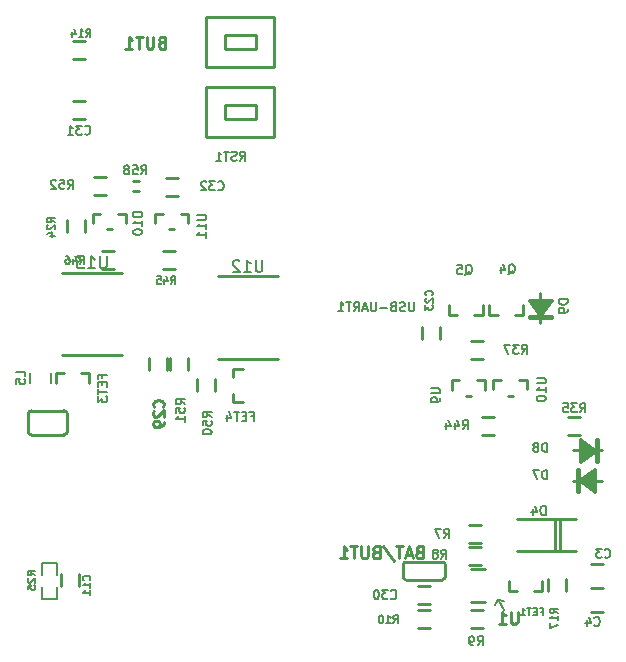
<source format=gbr>
%TF.GenerationSoftware,KiCad,Pcbnew,9.0.0*%
%TF.CreationDate,2025-04-12T10:41:42+08:00*%
%TF.ProjectId,ESP32-EVB_Rev_K1,45535033-322d-4455-9642-5f5265765f4b,K1*%
%TF.SameCoordinates,PXc1d4028PY6c847bc*%
%TF.FileFunction,Legend,Bot*%
%TF.FilePolarity,Positive*%
%FSLAX46Y46*%
G04 Gerber Fmt 4.6, Leading zero omitted, Abs format (unit mm)*
G04 Created by KiCad (PCBNEW 9.0.0) date 2025-04-12 10:41:42*
%MOMM*%
%LPD*%
G01*
G04 APERTURE LIST*
%ADD10C,0.150000*%
%ADD11C,0.190500*%
%ADD12C,0.158750*%
%ADD13C,0.254000*%
%ADD14C,0.222250*%
%ADD15C,0.250000*%
%ADD16C,0.127000*%
G04 APERTURE END LIST*
D10*
X42037199Y17662338D02*
X41537199Y18636544D01*
X41537199Y18576544D02*
X42027199Y18496544D01*
X41237199Y18156544D02*
X41537199Y18576544D01*
X41537199Y18636544D02*
X41237199Y18156544D01*
D11*
X34400341Y43755935D02*
X34400341Y43139078D01*
X34400341Y43139078D02*
X34364055Y43066506D01*
X34364055Y43066506D02*
X34327770Y43030220D01*
X34327770Y43030220D02*
X34255198Y42993935D01*
X34255198Y42993935D02*
X34110055Y42993935D01*
X34110055Y42993935D02*
X34037484Y43030220D01*
X34037484Y43030220D02*
X34001198Y43066506D01*
X34001198Y43066506D02*
X33964912Y43139078D01*
X33964912Y43139078D02*
X33964912Y43755935D01*
X33638341Y43030220D02*
X33529484Y42993935D01*
X33529484Y42993935D02*
X33348055Y42993935D01*
X33348055Y42993935D02*
X33275484Y43030220D01*
X33275484Y43030220D02*
X33239198Y43066506D01*
X33239198Y43066506D02*
X33202912Y43139078D01*
X33202912Y43139078D02*
X33202912Y43211649D01*
X33202912Y43211649D02*
X33239198Y43284220D01*
X33239198Y43284220D02*
X33275484Y43320506D01*
X33275484Y43320506D02*
X33348055Y43356792D01*
X33348055Y43356792D02*
X33493198Y43393078D01*
X33493198Y43393078D02*
X33565769Y43429363D01*
X33565769Y43429363D02*
X33602055Y43465649D01*
X33602055Y43465649D02*
X33638341Y43538220D01*
X33638341Y43538220D02*
X33638341Y43610792D01*
X33638341Y43610792D02*
X33602055Y43683363D01*
X33602055Y43683363D02*
X33565769Y43719649D01*
X33565769Y43719649D02*
X33493198Y43755935D01*
X33493198Y43755935D02*
X33311769Y43755935D01*
X33311769Y43755935D02*
X33202912Y43719649D01*
X32622341Y43393078D02*
X32513484Y43356792D01*
X32513484Y43356792D02*
X32477198Y43320506D01*
X32477198Y43320506D02*
X32440912Y43247935D01*
X32440912Y43247935D02*
X32440912Y43139078D01*
X32440912Y43139078D02*
X32477198Y43066506D01*
X32477198Y43066506D02*
X32513484Y43030220D01*
X32513484Y43030220D02*
X32586055Y42993935D01*
X32586055Y42993935D02*
X32876341Y42993935D01*
X32876341Y42993935D02*
X32876341Y43755935D01*
X32876341Y43755935D02*
X32622341Y43755935D01*
X32622341Y43755935D02*
X32549770Y43719649D01*
X32549770Y43719649D02*
X32513484Y43683363D01*
X32513484Y43683363D02*
X32477198Y43610792D01*
X32477198Y43610792D02*
X32477198Y43538220D01*
X32477198Y43538220D02*
X32513484Y43465649D01*
X32513484Y43465649D02*
X32549770Y43429363D01*
X32549770Y43429363D02*
X32622341Y43393078D01*
X32622341Y43393078D02*
X32876341Y43393078D01*
X32114341Y43284220D02*
X31533770Y43284220D01*
X31170912Y43755935D02*
X31170912Y43139078D01*
X31170912Y43139078D02*
X31134626Y43066506D01*
X31134626Y43066506D02*
X31098341Y43030220D01*
X31098341Y43030220D02*
X31025769Y42993935D01*
X31025769Y42993935D02*
X30880626Y42993935D01*
X30880626Y42993935D02*
X30808055Y43030220D01*
X30808055Y43030220D02*
X30771769Y43066506D01*
X30771769Y43066506D02*
X30735483Y43139078D01*
X30735483Y43139078D02*
X30735483Y43755935D01*
X30408912Y43211649D02*
X30046055Y43211649D01*
X30481483Y42993935D02*
X30227483Y43755935D01*
X30227483Y43755935D02*
X29973483Y42993935D01*
X29284054Y42993935D02*
X29538054Y43356792D01*
X29719483Y42993935D02*
X29719483Y43755935D01*
X29719483Y43755935D02*
X29429197Y43755935D01*
X29429197Y43755935D02*
X29356626Y43719649D01*
X29356626Y43719649D02*
X29320340Y43683363D01*
X29320340Y43683363D02*
X29284054Y43610792D01*
X29284054Y43610792D02*
X29284054Y43501935D01*
X29284054Y43501935D02*
X29320340Y43429363D01*
X29320340Y43429363D02*
X29356626Y43393078D01*
X29356626Y43393078D02*
X29429197Y43356792D01*
X29429197Y43356792D02*
X29719483Y43356792D01*
X29066340Y43755935D02*
X28630912Y43755935D01*
X28848626Y42993935D02*
X28848626Y43755935D01*
X27977769Y42993935D02*
X28413198Y42993935D01*
X28195483Y42993935D02*
X28195483Y43755935D01*
X28195483Y43755935D02*
X28268055Y43647078D01*
X28268055Y43647078D02*
X28340626Y43574506D01*
X28340626Y43574506D02*
X28413198Y43538220D01*
X45529627Y25743935D02*
X45529627Y26505935D01*
X45529627Y26505935D02*
X45348198Y26505935D01*
X45348198Y26505935D02*
X45239341Y26469649D01*
X45239341Y26469649D02*
X45166770Y26397078D01*
X45166770Y26397078D02*
X45130484Y26324506D01*
X45130484Y26324506D02*
X45094198Y26179363D01*
X45094198Y26179363D02*
X45094198Y26070506D01*
X45094198Y26070506D02*
X45130484Y25925363D01*
X45130484Y25925363D02*
X45166770Y25852792D01*
X45166770Y25852792D02*
X45239341Y25780220D01*
X45239341Y25780220D02*
X45348198Y25743935D01*
X45348198Y25743935D02*
X45529627Y25743935D01*
X44441056Y26251935D02*
X44441056Y25743935D01*
X44622484Y26542220D02*
X44803913Y25997935D01*
X44803913Y25997935D02*
X44332198Y25997935D01*
D12*
X45128032Y17563655D02*
X45339699Y17563655D01*
X45339699Y17231036D02*
X45339699Y17866036D01*
X45339699Y17866036D02*
X45037318Y17866036D01*
X44795413Y17563655D02*
X44583746Y17563655D01*
X44493032Y17231036D02*
X44795413Y17231036D01*
X44795413Y17231036D02*
X44795413Y17866036D01*
X44795413Y17866036D02*
X44493032Y17866036D01*
X44311603Y17866036D02*
X43948746Y17866036D01*
X44130175Y17231036D02*
X44130175Y17866036D01*
X43404460Y17231036D02*
X43767317Y17231036D01*
X43585889Y17231036D02*
X43585889Y17866036D01*
X43585889Y17866036D02*
X43646365Y17775322D01*
X43646365Y17775322D02*
X43706841Y17714846D01*
X43706841Y17714846D02*
X43767317Y17684608D01*
X6623663Y66233901D02*
X6835330Y66536282D01*
X6986520Y66233901D02*
X6986520Y66868901D01*
X6986520Y66868901D02*
X6744615Y66868901D01*
X6744615Y66868901D02*
X6684139Y66838663D01*
X6684139Y66838663D02*
X6653901Y66808425D01*
X6653901Y66808425D02*
X6623663Y66747949D01*
X6623663Y66747949D02*
X6623663Y66657235D01*
X6623663Y66657235D02*
X6653901Y66596759D01*
X6653901Y66596759D02*
X6684139Y66566520D01*
X6684139Y66566520D02*
X6744615Y66536282D01*
X6744615Y66536282D02*
X6986520Y66536282D01*
X6018901Y66233901D02*
X6381758Y66233901D01*
X6200330Y66233901D02*
X6200330Y66868901D01*
X6200330Y66868901D02*
X6260806Y66778187D01*
X6260806Y66778187D02*
X6321282Y66717711D01*
X6321282Y66717711D02*
X6381758Y66687473D01*
X5474615Y66657235D02*
X5474615Y66233901D01*
X5625806Y66899139D02*
X5776996Y66445568D01*
X5776996Y66445568D02*
X5383901Y66445568D01*
D11*
X48450192Y34437204D02*
X48704192Y34800061D01*
X48885621Y34437204D02*
X48885621Y35199204D01*
X48885621Y35199204D02*
X48595335Y35199204D01*
X48595335Y35199204D02*
X48522764Y35162918D01*
X48522764Y35162918D02*
X48486478Y35126632D01*
X48486478Y35126632D02*
X48450192Y35054061D01*
X48450192Y35054061D02*
X48450192Y34945204D01*
X48450192Y34945204D02*
X48486478Y34872632D01*
X48486478Y34872632D02*
X48522764Y34836347D01*
X48522764Y34836347D02*
X48595335Y34800061D01*
X48595335Y34800061D02*
X48885621Y34800061D01*
X48196192Y35199204D02*
X47724478Y35199204D01*
X47724478Y35199204D02*
X47978478Y34908918D01*
X47978478Y34908918D02*
X47869621Y34908918D01*
X47869621Y34908918D02*
X47797050Y34872632D01*
X47797050Y34872632D02*
X47760764Y34836347D01*
X47760764Y34836347D02*
X47724478Y34763775D01*
X47724478Y34763775D02*
X47724478Y34582347D01*
X47724478Y34582347D02*
X47760764Y34509775D01*
X47760764Y34509775D02*
X47797050Y34473489D01*
X47797050Y34473489D02*
X47869621Y34437204D01*
X47869621Y34437204D02*
X48087335Y34437204D01*
X48087335Y34437204D02*
X48159907Y34473489D01*
X48159907Y34473489D02*
X48196192Y34509775D01*
X47035050Y35199204D02*
X47397907Y35199204D01*
X47397907Y35199204D02*
X47434193Y34836347D01*
X47434193Y34836347D02*
X47397907Y34872632D01*
X47397907Y34872632D02*
X47325336Y34908918D01*
X47325336Y34908918D02*
X47143907Y34908918D01*
X47143907Y34908918D02*
X47071336Y34872632D01*
X47071336Y34872632D02*
X47035050Y34836347D01*
X47035050Y34836347D02*
X46998764Y34763775D01*
X46998764Y34763775D02*
X46998764Y34582347D01*
X46998764Y34582347D02*
X47035050Y34509775D01*
X47035050Y34509775D02*
X47071336Y34473489D01*
X47071336Y34473489D02*
X47143907Y34437204D01*
X47143907Y34437204D02*
X47325336Y34437204D01*
X47325336Y34437204D02*
X47397907Y34473489D01*
X47397907Y34473489D02*
X47434193Y34509775D01*
D13*
X13007674Y65761922D02*
X12862531Y65713541D01*
X12862531Y65713541D02*
X12814150Y65665160D01*
X12814150Y65665160D02*
X12765769Y65568398D01*
X12765769Y65568398D02*
X12765769Y65423255D01*
X12765769Y65423255D02*
X12814150Y65326493D01*
X12814150Y65326493D02*
X12862531Y65278112D01*
X12862531Y65278112D02*
X12959293Y65229732D01*
X12959293Y65229732D02*
X13346341Y65229732D01*
X13346341Y65229732D02*
X13346341Y66245732D01*
X13346341Y66245732D02*
X13007674Y66245732D01*
X13007674Y66245732D02*
X12910912Y66197351D01*
X12910912Y66197351D02*
X12862531Y66148970D01*
X12862531Y66148970D02*
X12814150Y66052208D01*
X12814150Y66052208D02*
X12814150Y65955446D01*
X12814150Y65955446D02*
X12862531Y65858684D01*
X12862531Y65858684D02*
X12910912Y65810303D01*
X12910912Y65810303D02*
X13007674Y65761922D01*
X13007674Y65761922D02*
X13346341Y65761922D01*
X12330341Y66245732D02*
X12330341Y65423255D01*
X12330341Y65423255D02*
X12281960Y65326493D01*
X12281960Y65326493D02*
X12233579Y65278112D01*
X12233579Y65278112D02*
X12136817Y65229732D01*
X12136817Y65229732D02*
X11943293Y65229732D01*
X11943293Y65229732D02*
X11846531Y65278112D01*
X11846531Y65278112D02*
X11798150Y65326493D01*
X11798150Y65326493D02*
X11749769Y65423255D01*
X11749769Y65423255D02*
X11749769Y66245732D01*
X11411103Y66245732D02*
X10830531Y66245732D01*
X11120817Y65229732D02*
X11120817Y66245732D01*
X9959674Y65229732D02*
X10540246Y65229732D01*
X10249960Y65229732D02*
X10249960Y66245732D01*
X10249960Y66245732D02*
X10346722Y66100589D01*
X10346722Y66100589D02*
X10443484Y66003827D01*
X10443484Y66003827D02*
X10540246Y65955446D01*
D12*
X35912230Y44324759D02*
X35942469Y44354997D01*
X35942469Y44354997D02*
X35972707Y44445711D01*
X35972707Y44445711D02*
X35972707Y44506187D01*
X35972707Y44506187D02*
X35942469Y44596902D01*
X35942469Y44596902D02*
X35881992Y44657378D01*
X35881992Y44657378D02*
X35821516Y44687616D01*
X35821516Y44687616D02*
X35700564Y44717854D01*
X35700564Y44717854D02*
X35609849Y44717854D01*
X35609849Y44717854D02*
X35488897Y44687616D01*
X35488897Y44687616D02*
X35428421Y44657378D01*
X35428421Y44657378D02*
X35367945Y44596902D01*
X35367945Y44596902D02*
X35337707Y44506187D01*
X35337707Y44506187D02*
X35337707Y44445711D01*
X35337707Y44445711D02*
X35367945Y44354997D01*
X35367945Y44354997D02*
X35398183Y44324759D01*
X35398183Y44082854D02*
X35367945Y44052616D01*
X35367945Y44052616D02*
X35337707Y43992140D01*
X35337707Y43992140D02*
X35337707Y43840949D01*
X35337707Y43840949D02*
X35367945Y43780473D01*
X35367945Y43780473D02*
X35398183Y43750235D01*
X35398183Y43750235D02*
X35458659Y43719997D01*
X35458659Y43719997D02*
X35519135Y43719997D01*
X35519135Y43719997D02*
X35609849Y43750235D01*
X35609849Y43750235D02*
X35972707Y44113092D01*
X35972707Y44113092D02*
X35972707Y43719997D01*
X35337707Y43508330D02*
X35337707Y43115235D01*
X35337707Y43115235D02*
X35579611Y43326902D01*
X35579611Y43326902D02*
X35579611Y43236187D01*
X35579611Y43236187D02*
X35609849Y43175711D01*
X35609849Y43175711D02*
X35640088Y43145473D01*
X35640088Y43145473D02*
X35700564Y43115235D01*
X35700564Y43115235D02*
X35851754Y43115235D01*
X35851754Y43115235D02*
X35912230Y43145473D01*
X35912230Y43145473D02*
X35942469Y43175711D01*
X35942469Y43175711D02*
X35972707Y43236187D01*
X35972707Y43236187D02*
X35972707Y43417616D01*
X35972707Y43417616D02*
X35942469Y43478092D01*
X35942469Y43478092D02*
X35912230Y43508330D01*
D11*
X38719770Y46071363D02*
X38792341Y46107649D01*
X38792341Y46107649D02*
X38864913Y46180220D01*
X38864913Y46180220D02*
X38973770Y46289078D01*
X38973770Y46289078D02*
X39046341Y46325363D01*
X39046341Y46325363D02*
X39118913Y46325363D01*
X39082627Y46143935D02*
X39155199Y46180220D01*
X39155199Y46180220D02*
X39227770Y46252792D01*
X39227770Y46252792D02*
X39264056Y46397935D01*
X39264056Y46397935D02*
X39264056Y46651935D01*
X39264056Y46651935D02*
X39227770Y46797078D01*
X39227770Y46797078D02*
X39155199Y46869649D01*
X39155199Y46869649D02*
X39082627Y46905935D01*
X39082627Y46905935D02*
X38937484Y46905935D01*
X38937484Y46905935D02*
X38864913Y46869649D01*
X38864913Y46869649D02*
X38792341Y46797078D01*
X38792341Y46797078D02*
X38756056Y46651935D01*
X38756056Y46651935D02*
X38756056Y46397935D01*
X38756056Y46397935D02*
X38792341Y46252792D01*
X38792341Y46252792D02*
X38864913Y46180220D01*
X38864913Y46180220D02*
X38937484Y46143935D01*
X38937484Y46143935D02*
X39082627Y46143935D01*
X38066627Y46905935D02*
X38429484Y46905935D01*
X38429484Y46905935D02*
X38465770Y46543078D01*
X38465770Y46543078D02*
X38429484Y46579363D01*
X38429484Y46579363D02*
X38356913Y46615649D01*
X38356913Y46615649D02*
X38175484Y46615649D01*
X38175484Y46615649D02*
X38102913Y46579363D01*
X38102913Y46579363D02*
X38066627Y46543078D01*
X38066627Y46543078D02*
X38030341Y46470506D01*
X38030341Y46470506D02*
X38030341Y46289078D01*
X38030341Y46289078D02*
X38066627Y46216506D01*
X38066627Y46216506D02*
X38102913Y46180220D01*
X38102913Y46180220D02*
X38175484Y46143935D01*
X38175484Y46143935D02*
X38356913Y46143935D01*
X38356913Y46143935D02*
X38429484Y46180220D01*
X38429484Y46180220D02*
X38465770Y46216506D01*
D12*
X13810687Y45302010D02*
X14022354Y45604391D01*
X14173544Y45302010D02*
X14173544Y45937010D01*
X14173544Y45937010D02*
X13931639Y45937010D01*
X13931639Y45937010D02*
X13871163Y45906772D01*
X13871163Y45906772D02*
X13840925Y45876534D01*
X13840925Y45876534D02*
X13810687Y45816058D01*
X13810687Y45816058D02*
X13810687Y45725344D01*
X13810687Y45725344D02*
X13840925Y45664868D01*
X13840925Y45664868D02*
X13871163Y45634629D01*
X13871163Y45634629D02*
X13931639Y45604391D01*
X13931639Y45604391D02*
X14173544Y45604391D01*
X13266401Y45725344D02*
X13266401Y45302010D01*
X13417592Y45967248D02*
X13568782Y45513677D01*
X13568782Y45513677D02*
X13175687Y45513677D01*
X12631401Y45937010D02*
X12933782Y45937010D01*
X12933782Y45937010D02*
X12964020Y45634629D01*
X12964020Y45634629D02*
X12933782Y45664868D01*
X12933782Y45664868D02*
X12873306Y45695106D01*
X12873306Y45695106D02*
X12722115Y45695106D01*
X12722115Y45695106D02*
X12661639Y45664868D01*
X12661639Y45664868D02*
X12631401Y45634629D01*
X12631401Y45634629D02*
X12601163Y45574153D01*
X12601163Y45574153D02*
X12601163Y45422963D01*
X12601163Y45422963D02*
X12631401Y45362487D01*
X12631401Y45362487D02*
X12661639Y45332248D01*
X12661639Y45332248D02*
X12722115Y45302010D01*
X12722115Y45302010D02*
X12873306Y45302010D01*
X12873306Y45302010D02*
X12933782Y45332248D01*
X12933782Y45332248D02*
X12964020Y45362487D01*
D11*
X50534198Y22196506D02*
X50570484Y22160220D01*
X50570484Y22160220D02*
X50679341Y22123935D01*
X50679341Y22123935D02*
X50751913Y22123935D01*
X50751913Y22123935D02*
X50860770Y22160220D01*
X50860770Y22160220D02*
X50933341Y22232792D01*
X50933341Y22232792D02*
X50969627Y22305363D01*
X50969627Y22305363D02*
X51005913Y22450506D01*
X51005913Y22450506D02*
X51005913Y22559363D01*
X51005913Y22559363D02*
X50969627Y22704506D01*
X50969627Y22704506D02*
X50933341Y22777078D01*
X50933341Y22777078D02*
X50860770Y22849649D01*
X50860770Y22849649D02*
X50751913Y22885935D01*
X50751913Y22885935D02*
X50679341Y22885935D01*
X50679341Y22885935D02*
X50570484Y22849649D01*
X50570484Y22849649D02*
X50534198Y22813363D01*
X50280198Y22885935D02*
X49808484Y22885935D01*
X49808484Y22885935D02*
X50062484Y22595649D01*
X50062484Y22595649D02*
X49953627Y22595649D01*
X49953627Y22595649D02*
X49881056Y22559363D01*
X49881056Y22559363D02*
X49844770Y22523078D01*
X49844770Y22523078D02*
X49808484Y22450506D01*
X49808484Y22450506D02*
X49808484Y22269078D01*
X49808484Y22269078D02*
X49844770Y22196506D01*
X49844770Y22196506D02*
X49881056Y22160220D01*
X49881056Y22160220D02*
X49953627Y22123935D01*
X49953627Y22123935D02*
X50171341Y22123935D01*
X50171341Y22123935D02*
X50243913Y22160220D01*
X50243913Y22160220D02*
X50280198Y22196506D01*
X49654198Y16416506D02*
X49690484Y16380220D01*
X49690484Y16380220D02*
X49799341Y16343935D01*
X49799341Y16343935D02*
X49871913Y16343935D01*
X49871913Y16343935D02*
X49980770Y16380220D01*
X49980770Y16380220D02*
X50053341Y16452792D01*
X50053341Y16452792D02*
X50089627Y16525363D01*
X50089627Y16525363D02*
X50125913Y16670506D01*
X50125913Y16670506D02*
X50125913Y16779363D01*
X50125913Y16779363D02*
X50089627Y16924506D01*
X50089627Y16924506D02*
X50053341Y16997078D01*
X50053341Y16997078D02*
X49980770Y17069649D01*
X49980770Y17069649D02*
X49871913Y17105935D01*
X49871913Y17105935D02*
X49799341Y17105935D01*
X49799341Y17105935D02*
X49690484Y17069649D01*
X49690484Y17069649D02*
X49654198Y17033363D01*
X49001056Y16851935D02*
X49001056Y16343935D01*
X49182484Y17142220D02*
X49363913Y16597935D01*
X49363913Y16597935D02*
X48892198Y16597935D01*
X43497055Y39393935D02*
X43751055Y39756792D01*
X43932484Y39393935D02*
X43932484Y40155935D01*
X43932484Y40155935D02*
X43642198Y40155935D01*
X43642198Y40155935D02*
X43569627Y40119649D01*
X43569627Y40119649D02*
X43533341Y40083363D01*
X43533341Y40083363D02*
X43497055Y40010792D01*
X43497055Y40010792D02*
X43497055Y39901935D01*
X43497055Y39901935D02*
X43533341Y39829363D01*
X43533341Y39829363D02*
X43569627Y39793078D01*
X43569627Y39793078D02*
X43642198Y39756792D01*
X43642198Y39756792D02*
X43932484Y39756792D01*
X43243055Y40155935D02*
X42771341Y40155935D01*
X42771341Y40155935D02*
X43025341Y39865649D01*
X43025341Y39865649D02*
X42916484Y39865649D01*
X42916484Y39865649D02*
X42843913Y39829363D01*
X42843913Y39829363D02*
X42807627Y39793078D01*
X42807627Y39793078D02*
X42771341Y39720506D01*
X42771341Y39720506D02*
X42771341Y39539078D01*
X42771341Y39539078D02*
X42807627Y39466506D01*
X42807627Y39466506D02*
X42843913Y39430220D01*
X42843913Y39430220D02*
X42916484Y39393935D01*
X42916484Y39393935D02*
X43134198Y39393935D01*
X43134198Y39393935D02*
X43206770Y39430220D01*
X43206770Y39430220D02*
X43243055Y39466506D01*
X42517341Y40155935D02*
X42009341Y40155935D01*
X42009341Y40155935D02*
X42335913Y39393935D01*
X38506122Y33002171D02*
X38760122Y33365028D01*
X38941551Y33002171D02*
X38941551Y33764171D01*
X38941551Y33764171D02*
X38651265Y33764171D01*
X38651265Y33764171D02*
X38578694Y33727885D01*
X38578694Y33727885D02*
X38542408Y33691599D01*
X38542408Y33691599D02*
X38506122Y33619028D01*
X38506122Y33619028D02*
X38506122Y33510171D01*
X38506122Y33510171D02*
X38542408Y33437599D01*
X38542408Y33437599D02*
X38578694Y33401314D01*
X38578694Y33401314D02*
X38651265Y33365028D01*
X38651265Y33365028D02*
X38941551Y33365028D01*
X37852980Y33510171D02*
X37852980Y33002171D01*
X38034408Y33800456D02*
X38215837Y33256171D01*
X38215837Y33256171D02*
X37744122Y33256171D01*
X37127266Y33510171D02*
X37127266Y33002171D01*
X37308694Y33800456D02*
X37490123Y33256171D01*
X37490123Y33256171D02*
X37018408Y33256171D01*
D14*
X13122244Y34908045D02*
X13164578Y34950378D01*
X13164578Y34950378D02*
X13206911Y35077378D01*
X13206911Y35077378D02*
X13206911Y35162045D01*
X13206911Y35162045D02*
X13164578Y35289045D01*
X13164578Y35289045D02*
X13079911Y35373711D01*
X13079911Y35373711D02*
X12995244Y35416045D01*
X12995244Y35416045D02*
X12825911Y35458378D01*
X12825911Y35458378D02*
X12698911Y35458378D01*
X12698911Y35458378D02*
X12529578Y35416045D01*
X12529578Y35416045D02*
X12444911Y35373711D01*
X12444911Y35373711D02*
X12360244Y35289045D01*
X12360244Y35289045D02*
X12317911Y35162045D01*
X12317911Y35162045D02*
X12317911Y35077378D01*
X12317911Y35077378D02*
X12360244Y34950378D01*
X12360244Y34950378D02*
X12402578Y34908045D01*
X12402578Y34569378D02*
X12360244Y34527045D01*
X12360244Y34527045D02*
X12317911Y34442378D01*
X12317911Y34442378D02*
X12317911Y34230711D01*
X12317911Y34230711D02*
X12360244Y34146045D01*
X12360244Y34146045D02*
X12402578Y34103711D01*
X12402578Y34103711D02*
X12487244Y34061378D01*
X12487244Y34061378D02*
X12571911Y34061378D01*
X12571911Y34061378D02*
X12698911Y34103711D01*
X12698911Y34103711D02*
X13206911Y34611711D01*
X13206911Y34611711D02*
X13206911Y34061378D01*
X13206911Y33638044D02*
X13206911Y33468711D01*
X13206911Y33468711D02*
X13164578Y33384044D01*
X13164578Y33384044D02*
X13122244Y33341711D01*
X13122244Y33341711D02*
X12995244Y33257044D01*
X12995244Y33257044D02*
X12825911Y33214711D01*
X12825911Y33214711D02*
X12487244Y33214711D01*
X12487244Y33214711D02*
X12402578Y33257044D01*
X12402578Y33257044D02*
X12360244Y33299378D01*
X12360244Y33299378D02*
X12317911Y33384044D01*
X12317911Y33384044D02*
X12317911Y33553378D01*
X12317911Y33553378D02*
X12360244Y33638044D01*
X12360244Y33638044D02*
X12402578Y33680378D01*
X12402578Y33680378D02*
X12487244Y33722711D01*
X12487244Y33722711D02*
X12698911Y33722711D01*
X12698911Y33722711D02*
X12783578Y33680378D01*
X12783578Y33680378D02*
X12825911Y33638044D01*
X12825911Y33638044D02*
X12868244Y33553378D01*
X12868244Y33553378D02*
X12868244Y33384044D01*
X12868244Y33384044D02*
X12825911Y33299378D01*
X12825911Y33299378D02*
X12783578Y33257044D01*
X12783578Y33257044D02*
X12698911Y33214711D01*
D11*
X17259808Y34006401D02*
X16896951Y34260401D01*
X17259808Y34441830D02*
X16497808Y34441830D01*
X16497808Y34441830D02*
X16497808Y34151544D01*
X16497808Y34151544D02*
X16534094Y34078973D01*
X16534094Y34078973D02*
X16570380Y34042687D01*
X16570380Y34042687D02*
X16642951Y34006401D01*
X16642951Y34006401D02*
X16751808Y34006401D01*
X16751808Y34006401D02*
X16824380Y34042687D01*
X16824380Y34042687D02*
X16860665Y34078973D01*
X16860665Y34078973D02*
X16896951Y34151544D01*
X16896951Y34151544D02*
X16896951Y34441830D01*
X16497808Y33316973D02*
X16497808Y33679830D01*
X16497808Y33679830D02*
X16860665Y33716116D01*
X16860665Y33716116D02*
X16824380Y33679830D01*
X16824380Y33679830D02*
X16788094Y33607258D01*
X16788094Y33607258D02*
X16788094Y33425830D01*
X16788094Y33425830D02*
X16824380Y33353258D01*
X16824380Y33353258D02*
X16860665Y33316973D01*
X16860665Y33316973D02*
X16933237Y33280687D01*
X16933237Y33280687D02*
X17114665Y33280687D01*
X17114665Y33280687D02*
X17187237Y33316973D01*
X17187237Y33316973D02*
X17223523Y33353258D01*
X17223523Y33353258D02*
X17259808Y33425830D01*
X17259808Y33425830D02*
X17259808Y33607258D01*
X17259808Y33607258D02*
X17223523Y33679830D01*
X17223523Y33679830D02*
X17187237Y33716116D01*
X16497808Y32808973D02*
X16497808Y32736402D01*
X16497808Y32736402D02*
X16534094Y32663830D01*
X16534094Y32663830D02*
X16570380Y32627544D01*
X16570380Y32627544D02*
X16642951Y32591259D01*
X16642951Y32591259D02*
X16788094Y32554973D01*
X16788094Y32554973D02*
X16969523Y32554973D01*
X16969523Y32554973D02*
X17114665Y32591259D01*
X17114665Y32591259D02*
X17187237Y32627544D01*
X17187237Y32627544D02*
X17223523Y32663830D01*
X17223523Y32663830D02*
X17259808Y32736402D01*
X17259808Y32736402D02*
X17259808Y32808973D01*
X17259808Y32808973D02*
X17223523Y32881544D01*
X17223523Y32881544D02*
X17187237Y32917830D01*
X17187237Y32917830D02*
X17114665Y32954116D01*
X17114665Y32954116D02*
X16969523Y32990402D01*
X16969523Y32990402D02*
X16788094Y32990402D01*
X16788094Y32990402D02*
X16642951Y32954116D01*
X16642951Y32954116D02*
X16570380Y32917830D01*
X16570380Y32917830D02*
X16534094Y32881544D01*
X16534094Y32881544D02*
X16497808Y32808973D01*
X14989808Y35106401D02*
X14626951Y35360401D01*
X14989808Y35541830D02*
X14227808Y35541830D01*
X14227808Y35541830D02*
X14227808Y35251544D01*
X14227808Y35251544D02*
X14264094Y35178973D01*
X14264094Y35178973D02*
X14300380Y35142687D01*
X14300380Y35142687D02*
X14372951Y35106401D01*
X14372951Y35106401D02*
X14481808Y35106401D01*
X14481808Y35106401D02*
X14554380Y35142687D01*
X14554380Y35142687D02*
X14590665Y35178973D01*
X14590665Y35178973D02*
X14626951Y35251544D01*
X14626951Y35251544D02*
X14626951Y35541830D01*
X14227808Y34416973D02*
X14227808Y34779830D01*
X14227808Y34779830D02*
X14590665Y34816116D01*
X14590665Y34816116D02*
X14554380Y34779830D01*
X14554380Y34779830D02*
X14518094Y34707258D01*
X14518094Y34707258D02*
X14518094Y34525830D01*
X14518094Y34525830D02*
X14554380Y34453258D01*
X14554380Y34453258D02*
X14590665Y34416973D01*
X14590665Y34416973D02*
X14663237Y34380687D01*
X14663237Y34380687D02*
X14844665Y34380687D01*
X14844665Y34380687D02*
X14917237Y34416973D01*
X14917237Y34416973D02*
X14953523Y34453258D01*
X14953523Y34453258D02*
X14989808Y34525830D01*
X14989808Y34525830D02*
X14989808Y34707258D01*
X14989808Y34707258D02*
X14953523Y34779830D01*
X14953523Y34779830D02*
X14917237Y34816116D01*
X14989808Y33654973D02*
X14989808Y34090402D01*
X14989808Y33872687D02*
X14227808Y33872687D01*
X14227808Y33872687D02*
X14336665Y33945259D01*
X14336665Y33945259D02*
X14409237Y34017830D01*
X14409237Y34017830D02*
X14445523Y34090402D01*
X8015570Y37372886D02*
X8015570Y37626886D01*
X8414713Y37626886D02*
X7652713Y37626886D01*
X7652713Y37626886D02*
X7652713Y37264029D01*
X8015570Y36973743D02*
X8015570Y36719743D01*
X8414713Y36610886D02*
X8414713Y36973743D01*
X8414713Y36973743D02*
X7652713Y36973743D01*
X7652713Y36973743D02*
X7652713Y36610886D01*
X7652713Y36393171D02*
X7652713Y35957742D01*
X8414713Y36175457D02*
X7652713Y36175457D01*
X7652713Y35776314D02*
X7652713Y35304600D01*
X7652713Y35304600D02*
X7942999Y35558600D01*
X7942999Y35558600D02*
X7942999Y35449743D01*
X7942999Y35449743D02*
X7979285Y35377171D01*
X7979285Y35377171D02*
X8015570Y35340886D01*
X8015570Y35340886D02*
X8088142Y35304600D01*
X8088142Y35304600D02*
X8269570Y35304600D01*
X8269570Y35304600D02*
X8342142Y35340886D01*
X8342142Y35340886D02*
X8378428Y35377171D01*
X8378428Y35377171D02*
X8414713Y35449743D01*
X8414713Y35449743D02*
X8414713Y35667457D01*
X8414713Y35667457D02*
X8378428Y35740029D01*
X8378428Y35740029D02*
X8342142Y35776314D01*
X1461121Y37484024D02*
X1461121Y37846881D01*
X1461121Y37846881D02*
X699121Y37846881D01*
X699121Y36867167D02*
X699121Y37230024D01*
X699121Y37230024D02*
X1061978Y37266310D01*
X1061978Y37266310D02*
X1025693Y37230024D01*
X1025693Y37230024D02*
X989407Y37157452D01*
X989407Y37157452D02*
X989407Y36976024D01*
X989407Y36976024D02*
X1025693Y36903452D01*
X1025693Y36903452D02*
X1061978Y36867167D01*
X1061978Y36867167D02*
X1134550Y36830881D01*
X1134550Y36830881D02*
X1315978Y36830881D01*
X1315978Y36830881D02*
X1388550Y36867167D01*
X1388550Y36867167D02*
X1424836Y36903452D01*
X1424836Y36903452D02*
X1461121Y36976024D01*
X1461121Y36976024D02*
X1461121Y37157452D01*
X1461121Y37157452D02*
X1424836Y37230024D01*
X1424836Y37230024D02*
X1388550Y37266310D01*
D13*
X43161294Y17545732D02*
X43161294Y16723255D01*
X43161294Y16723255D02*
X43112913Y16626493D01*
X43112913Y16626493D02*
X43064532Y16578112D01*
X43064532Y16578112D02*
X42967770Y16529732D01*
X42967770Y16529732D02*
X42774246Y16529732D01*
X42774246Y16529732D02*
X42677484Y16578112D01*
X42677484Y16578112D02*
X42629103Y16626493D01*
X42629103Y16626493D02*
X42580722Y16723255D01*
X42580722Y16723255D02*
X42580722Y17545732D01*
X41564722Y16529732D02*
X42145294Y16529732D01*
X41855008Y16529732D02*
X41855008Y17545732D01*
X41855008Y17545732D02*
X41951770Y17400589D01*
X41951770Y17400589D02*
X42048532Y17303827D01*
X42048532Y17303827D02*
X42145294Y17255446D01*
D11*
X36694198Y22053935D02*
X36948198Y22416792D01*
X37129627Y22053935D02*
X37129627Y22815935D01*
X37129627Y22815935D02*
X36839341Y22815935D01*
X36839341Y22815935D02*
X36766770Y22779649D01*
X36766770Y22779649D02*
X36730484Y22743363D01*
X36730484Y22743363D02*
X36694198Y22670792D01*
X36694198Y22670792D02*
X36694198Y22561935D01*
X36694198Y22561935D02*
X36730484Y22489363D01*
X36730484Y22489363D02*
X36766770Y22453078D01*
X36766770Y22453078D02*
X36839341Y22416792D01*
X36839341Y22416792D02*
X37129627Y22416792D01*
X36258770Y22489363D02*
X36331341Y22525649D01*
X36331341Y22525649D02*
X36367627Y22561935D01*
X36367627Y22561935D02*
X36403913Y22634506D01*
X36403913Y22634506D02*
X36403913Y22670792D01*
X36403913Y22670792D02*
X36367627Y22743363D01*
X36367627Y22743363D02*
X36331341Y22779649D01*
X36331341Y22779649D02*
X36258770Y22815935D01*
X36258770Y22815935D02*
X36113627Y22815935D01*
X36113627Y22815935D02*
X36041056Y22779649D01*
X36041056Y22779649D02*
X36004770Y22743363D01*
X36004770Y22743363D02*
X35968484Y22670792D01*
X35968484Y22670792D02*
X35968484Y22634506D01*
X35968484Y22634506D02*
X36004770Y22561935D01*
X36004770Y22561935D02*
X36041056Y22525649D01*
X36041056Y22525649D02*
X36113627Y22489363D01*
X36113627Y22489363D02*
X36258770Y22489363D01*
X36258770Y22489363D02*
X36331341Y22453078D01*
X36331341Y22453078D02*
X36367627Y22416792D01*
X36367627Y22416792D02*
X36403913Y22344220D01*
X36403913Y22344220D02*
X36403913Y22199078D01*
X36403913Y22199078D02*
X36367627Y22126506D01*
X36367627Y22126506D02*
X36331341Y22090220D01*
X36331341Y22090220D02*
X36258770Y22053935D01*
X36258770Y22053935D02*
X36113627Y22053935D01*
X36113627Y22053935D02*
X36041056Y22090220D01*
X36041056Y22090220D02*
X36004770Y22126506D01*
X36004770Y22126506D02*
X35968484Y22199078D01*
X35968484Y22199078D02*
X35968484Y22344220D01*
X35968484Y22344220D02*
X36004770Y22416792D01*
X36004770Y22416792D02*
X36041056Y22453078D01*
X36041056Y22453078D02*
X36113627Y22489363D01*
D15*
X34810056Y22610735D02*
X34667199Y22563116D01*
X34667199Y22563116D02*
X34619580Y22515497D01*
X34619580Y22515497D02*
X34571961Y22420259D01*
X34571961Y22420259D02*
X34571961Y22277402D01*
X34571961Y22277402D02*
X34619580Y22182164D01*
X34619580Y22182164D02*
X34667199Y22134544D01*
X34667199Y22134544D02*
X34762437Y22086925D01*
X34762437Y22086925D02*
X35143389Y22086925D01*
X35143389Y22086925D02*
X35143389Y23086925D01*
X35143389Y23086925D02*
X34810056Y23086925D01*
X34810056Y23086925D02*
X34714818Y23039306D01*
X34714818Y23039306D02*
X34667199Y22991687D01*
X34667199Y22991687D02*
X34619580Y22896449D01*
X34619580Y22896449D02*
X34619580Y22801211D01*
X34619580Y22801211D02*
X34667199Y22705973D01*
X34667199Y22705973D02*
X34714818Y22658354D01*
X34714818Y22658354D02*
X34810056Y22610735D01*
X34810056Y22610735D02*
X35143389Y22610735D01*
X34191008Y22372640D02*
X33714818Y22372640D01*
X34286246Y22086925D02*
X33952913Y23086925D01*
X33952913Y23086925D02*
X33619580Y22086925D01*
X33429103Y23086925D02*
X32857675Y23086925D01*
X33143389Y22086925D02*
X33143389Y23086925D01*
X31810056Y23134544D02*
X32667198Y21848830D01*
X31143389Y22610735D02*
X31000532Y22563116D01*
X31000532Y22563116D02*
X30952913Y22515497D01*
X30952913Y22515497D02*
X30905294Y22420259D01*
X30905294Y22420259D02*
X30905294Y22277402D01*
X30905294Y22277402D02*
X30952913Y22182164D01*
X30952913Y22182164D02*
X31000532Y22134544D01*
X31000532Y22134544D02*
X31095770Y22086925D01*
X31095770Y22086925D02*
X31476722Y22086925D01*
X31476722Y22086925D02*
X31476722Y23086925D01*
X31476722Y23086925D02*
X31143389Y23086925D01*
X31143389Y23086925D02*
X31048151Y23039306D01*
X31048151Y23039306D02*
X31000532Y22991687D01*
X31000532Y22991687D02*
X30952913Y22896449D01*
X30952913Y22896449D02*
X30952913Y22801211D01*
X30952913Y22801211D02*
X31000532Y22705973D01*
X31000532Y22705973D02*
X31048151Y22658354D01*
X31048151Y22658354D02*
X31143389Y22610735D01*
X31143389Y22610735D02*
X31476722Y22610735D01*
X30476722Y23086925D02*
X30476722Y22277402D01*
X30476722Y22277402D02*
X30429103Y22182164D01*
X30429103Y22182164D02*
X30381484Y22134544D01*
X30381484Y22134544D02*
X30286246Y22086925D01*
X30286246Y22086925D02*
X30095770Y22086925D01*
X30095770Y22086925D02*
X30000532Y22134544D01*
X30000532Y22134544D02*
X29952913Y22182164D01*
X29952913Y22182164D02*
X29905294Y22277402D01*
X29905294Y22277402D02*
X29905294Y23086925D01*
X29571960Y23086925D02*
X29000532Y23086925D01*
X29286246Y22086925D02*
X29286246Y23086925D01*
X28143389Y22086925D02*
X28714817Y22086925D01*
X28429103Y22086925D02*
X28429103Y23086925D01*
X28429103Y23086925D02*
X28524341Y22944068D01*
X28524341Y22944068D02*
X28619579Y22848830D01*
X28619579Y22848830D02*
X28714817Y22801211D01*
D11*
X45669627Y28773935D02*
X45669627Y29535935D01*
X45669627Y29535935D02*
X45488198Y29535935D01*
X45488198Y29535935D02*
X45379341Y29499649D01*
X45379341Y29499649D02*
X45306770Y29427078D01*
X45306770Y29427078D02*
X45270484Y29354506D01*
X45270484Y29354506D02*
X45234198Y29209363D01*
X45234198Y29209363D02*
X45234198Y29100506D01*
X45234198Y29100506D02*
X45270484Y28955363D01*
X45270484Y28955363D02*
X45306770Y28882792D01*
X45306770Y28882792D02*
X45379341Y28810220D01*
X45379341Y28810220D02*
X45488198Y28773935D01*
X45488198Y28773935D02*
X45669627Y28773935D01*
X44980198Y29535935D02*
X44472198Y29535935D01*
X44472198Y29535935D02*
X44798770Y28773935D01*
D12*
X32645413Y16601036D02*
X32857080Y16903417D01*
X33008270Y16601036D02*
X33008270Y17236036D01*
X33008270Y17236036D02*
X32766365Y17236036D01*
X32766365Y17236036D02*
X32705889Y17205798D01*
X32705889Y17205798D02*
X32675651Y17175560D01*
X32675651Y17175560D02*
X32645413Y17115084D01*
X32645413Y17115084D02*
X32645413Y17024370D01*
X32645413Y17024370D02*
X32675651Y16963894D01*
X32675651Y16963894D02*
X32705889Y16933655D01*
X32705889Y16933655D02*
X32766365Y16903417D01*
X32766365Y16903417D02*
X33008270Y16903417D01*
X32040651Y16601036D02*
X32403508Y16601036D01*
X32222080Y16601036D02*
X32222080Y17236036D01*
X32222080Y17236036D02*
X32282556Y17145322D01*
X32282556Y17145322D02*
X32343032Y17084846D01*
X32343032Y17084846D02*
X32403508Y17054608D01*
X31647556Y17236036D02*
X31587079Y17236036D01*
X31587079Y17236036D02*
X31526603Y17205798D01*
X31526603Y17205798D02*
X31496365Y17175560D01*
X31496365Y17175560D02*
X31466127Y17115084D01*
X31466127Y17115084D02*
X31435889Y16994132D01*
X31435889Y16994132D02*
X31435889Y16842941D01*
X31435889Y16842941D02*
X31466127Y16721989D01*
X31466127Y16721989D02*
X31496365Y16661513D01*
X31496365Y16661513D02*
X31526603Y16631274D01*
X31526603Y16631274D02*
X31587079Y16601036D01*
X31587079Y16601036D02*
X31647556Y16601036D01*
X31647556Y16601036D02*
X31708032Y16631274D01*
X31708032Y16631274D02*
X31738270Y16661513D01*
X31738270Y16661513D02*
X31768508Y16721989D01*
X31768508Y16721989D02*
X31798746Y16842941D01*
X31798746Y16842941D02*
X31798746Y16994132D01*
X31798746Y16994132D02*
X31768508Y17115084D01*
X31768508Y17115084D02*
X31738270Y17175560D01*
X31738270Y17175560D02*
X31708032Y17205798D01*
X31708032Y17205798D02*
X31647556Y17236036D01*
D11*
X39774198Y14723935D02*
X40028198Y15086792D01*
X40209627Y14723935D02*
X40209627Y15485935D01*
X40209627Y15485935D02*
X39919341Y15485935D01*
X39919341Y15485935D02*
X39846770Y15449649D01*
X39846770Y15449649D02*
X39810484Y15413363D01*
X39810484Y15413363D02*
X39774198Y15340792D01*
X39774198Y15340792D02*
X39774198Y15231935D01*
X39774198Y15231935D02*
X39810484Y15159363D01*
X39810484Y15159363D02*
X39846770Y15123078D01*
X39846770Y15123078D02*
X39919341Y15086792D01*
X39919341Y15086792D02*
X40209627Y15086792D01*
X39411341Y14723935D02*
X39266198Y14723935D01*
X39266198Y14723935D02*
X39193627Y14760220D01*
X39193627Y14760220D02*
X39157341Y14796506D01*
X39157341Y14796506D02*
X39084770Y14905363D01*
X39084770Y14905363D02*
X39048484Y15050506D01*
X39048484Y15050506D02*
X39048484Y15340792D01*
X39048484Y15340792D02*
X39084770Y15413363D01*
X39084770Y15413363D02*
X39121056Y15449649D01*
X39121056Y15449649D02*
X39193627Y15485935D01*
X39193627Y15485935D02*
X39338770Y15485935D01*
X39338770Y15485935D02*
X39411341Y15449649D01*
X39411341Y15449649D02*
X39447627Y15413363D01*
X39447627Y15413363D02*
X39483913Y15340792D01*
X39483913Y15340792D02*
X39483913Y15159363D01*
X39483913Y15159363D02*
X39447627Y15086792D01*
X39447627Y15086792D02*
X39411341Y15050506D01*
X39411341Y15050506D02*
X39338770Y15014220D01*
X39338770Y15014220D02*
X39193627Y15014220D01*
X39193627Y15014220D02*
X39121056Y15050506D01*
X39121056Y15050506D02*
X39084770Y15086792D01*
X39084770Y15086792D02*
X39048484Y15159363D01*
X32437055Y18696506D02*
X32473341Y18660220D01*
X32473341Y18660220D02*
X32582198Y18623935D01*
X32582198Y18623935D02*
X32654770Y18623935D01*
X32654770Y18623935D02*
X32763627Y18660220D01*
X32763627Y18660220D02*
X32836198Y18732792D01*
X32836198Y18732792D02*
X32872484Y18805363D01*
X32872484Y18805363D02*
X32908770Y18950506D01*
X32908770Y18950506D02*
X32908770Y19059363D01*
X32908770Y19059363D02*
X32872484Y19204506D01*
X32872484Y19204506D02*
X32836198Y19277078D01*
X32836198Y19277078D02*
X32763627Y19349649D01*
X32763627Y19349649D02*
X32654770Y19385935D01*
X32654770Y19385935D02*
X32582198Y19385935D01*
X32582198Y19385935D02*
X32473341Y19349649D01*
X32473341Y19349649D02*
X32437055Y19313363D01*
X32183055Y19385935D02*
X31711341Y19385935D01*
X31711341Y19385935D02*
X31965341Y19095649D01*
X31965341Y19095649D02*
X31856484Y19095649D01*
X31856484Y19095649D02*
X31783913Y19059363D01*
X31783913Y19059363D02*
X31747627Y19023078D01*
X31747627Y19023078D02*
X31711341Y18950506D01*
X31711341Y18950506D02*
X31711341Y18769078D01*
X31711341Y18769078D02*
X31747627Y18696506D01*
X31747627Y18696506D02*
X31783913Y18660220D01*
X31783913Y18660220D02*
X31856484Y18623935D01*
X31856484Y18623935D02*
X32074198Y18623935D01*
X32074198Y18623935D02*
X32146770Y18660220D01*
X32146770Y18660220D02*
X32183055Y18696506D01*
X31239627Y19385935D02*
X31167056Y19385935D01*
X31167056Y19385935D02*
X31094484Y19349649D01*
X31094484Y19349649D02*
X31058199Y19313363D01*
X31058199Y19313363D02*
X31021913Y19240792D01*
X31021913Y19240792D02*
X30985627Y19095649D01*
X30985627Y19095649D02*
X30985627Y18914220D01*
X30985627Y18914220D02*
X31021913Y18769078D01*
X31021913Y18769078D02*
X31058199Y18696506D01*
X31058199Y18696506D02*
X31094484Y18660220D01*
X31094484Y18660220D02*
X31167056Y18623935D01*
X31167056Y18623935D02*
X31239627Y18623935D01*
X31239627Y18623935D02*
X31312199Y18660220D01*
X31312199Y18660220D02*
X31348484Y18696506D01*
X31348484Y18696506D02*
X31384770Y18769078D01*
X31384770Y18769078D02*
X31421056Y18914220D01*
X31421056Y18914220D02*
X31421056Y19095649D01*
X31421056Y19095649D02*
X31384770Y19240792D01*
X31384770Y19240792D02*
X31348484Y19313363D01*
X31348484Y19313363D02*
X31312199Y19349649D01*
X31312199Y19349649D02*
X31239627Y19385935D01*
X35827808Y36467116D02*
X36444665Y36467116D01*
X36444665Y36467116D02*
X36517237Y36430830D01*
X36517237Y36430830D02*
X36553523Y36394544D01*
X36553523Y36394544D02*
X36589808Y36321973D01*
X36589808Y36321973D02*
X36589808Y36176830D01*
X36589808Y36176830D02*
X36553523Y36104259D01*
X36553523Y36104259D02*
X36517237Y36067973D01*
X36517237Y36067973D02*
X36444665Y36031687D01*
X36444665Y36031687D02*
X35827808Y36031687D01*
X36589808Y35632544D02*
X36589808Y35487401D01*
X36589808Y35487401D02*
X36553523Y35414830D01*
X36553523Y35414830D02*
X36517237Y35378544D01*
X36517237Y35378544D02*
X36408380Y35305973D01*
X36408380Y35305973D02*
X36263237Y35269687D01*
X36263237Y35269687D02*
X35972951Y35269687D01*
X35972951Y35269687D02*
X35900380Y35305973D01*
X35900380Y35305973D02*
X35864094Y35342258D01*
X35864094Y35342258D02*
X35827808Y35414830D01*
X35827808Y35414830D02*
X35827808Y35559973D01*
X35827808Y35559973D02*
X35864094Y35632544D01*
X35864094Y35632544D02*
X35900380Y35668830D01*
X35900380Y35668830D02*
X35972951Y35705116D01*
X35972951Y35705116D02*
X36154380Y35705116D01*
X36154380Y35705116D02*
X36226951Y35668830D01*
X36226951Y35668830D02*
X36263237Y35632544D01*
X36263237Y35632544D02*
X36299523Y35559973D01*
X36299523Y35559973D02*
X36299523Y35414830D01*
X36299523Y35414830D02*
X36263237Y35342258D01*
X36263237Y35342258D02*
X36226951Y35305973D01*
X36226951Y35305973D02*
X36154380Y35269687D01*
X45649627Y31083935D02*
X45649627Y31845935D01*
X45649627Y31845935D02*
X45468198Y31845935D01*
X45468198Y31845935D02*
X45359341Y31809649D01*
X45359341Y31809649D02*
X45286770Y31737078D01*
X45286770Y31737078D02*
X45250484Y31664506D01*
X45250484Y31664506D02*
X45214198Y31519363D01*
X45214198Y31519363D02*
X45214198Y31410506D01*
X45214198Y31410506D02*
X45250484Y31265363D01*
X45250484Y31265363D02*
X45286770Y31192792D01*
X45286770Y31192792D02*
X45359341Y31120220D01*
X45359341Y31120220D02*
X45468198Y31083935D01*
X45468198Y31083935D02*
X45649627Y31083935D01*
X44778770Y31519363D02*
X44851341Y31555649D01*
X44851341Y31555649D02*
X44887627Y31591935D01*
X44887627Y31591935D02*
X44923913Y31664506D01*
X44923913Y31664506D02*
X44923913Y31700792D01*
X44923913Y31700792D02*
X44887627Y31773363D01*
X44887627Y31773363D02*
X44851341Y31809649D01*
X44851341Y31809649D02*
X44778770Y31845935D01*
X44778770Y31845935D02*
X44633627Y31845935D01*
X44633627Y31845935D02*
X44561056Y31809649D01*
X44561056Y31809649D02*
X44524770Y31773363D01*
X44524770Y31773363D02*
X44488484Y31700792D01*
X44488484Y31700792D02*
X44488484Y31664506D01*
X44488484Y31664506D02*
X44524770Y31591935D01*
X44524770Y31591935D02*
X44561056Y31555649D01*
X44561056Y31555649D02*
X44633627Y31519363D01*
X44633627Y31519363D02*
X44778770Y31519363D01*
X44778770Y31519363D02*
X44851341Y31483078D01*
X44851341Y31483078D02*
X44887627Y31446792D01*
X44887627Y31446792D02*
X44923913Y31374220D01*
X44923913Y31374220D02*
X44923913Y31229078D01*
X44923913Y31229078D02*
X44887627Y31156506D01*
X44887627Y31156506D02*
X44851341Y31120220D01*
X44851341Y31120220D02*
X44778770Y31083935D01*
X44778770Y31083935D02*
X44633627Y31083935D01*
X44633627Y31083935D02*
X44561056Y31120220D01*
X44561056Y31120220D02*
X44524770Y31156506D01*
X44524770Y31156506D02*
X44488484Y31229078D01*
X44488484Y31229078D02*
X44488484Y31374220D01*
X44488484Y31374220D02*
X44524770Y31446792D01*
X44524770Y31446792D02*
X44561056Y31483078D01*
X44561056Y31483078D02*
X44633627Y31519363D01*
D12*
X3962707Y50524759D02*
X3660326Y50736426D01*
X3962707Y50887616D02*
X3327707Y50887616D01*
X3327707Y50887616D02*
X3327707Y50645711D01*
X3327707Y50645711D02*
X3357945Y50585235D01*
X3357945Y50585235D02*
X3388183Y50554997D01*
X3388183Y50554997D02*
X3448659Y50524759D01*
X3448659Y50524759D02*
X3539373Y50524759D01*
X3539373Y50524759D02*
X3599849Y50554997D01*
X3599849Y50554997D02*
X3630088Y50585235D01*
X3630088Y50585235D02*
X3660326Y50645711D01*
X3660326Y50645711D02*
X3660326Y50887616D01*
X3388183Y50282854D02*
X3357945Y50252616D01*
X3357945Y50252616D02*
X3327707Y50192140D01*
X3327707Y50192140D02*
X3327707Y50040949D01*
X3327707Y50040949D02*
X3357945Y49980473D01*
X3357945Y49980473D02*
X3388183Y49950235D01*
X3388183Y49950235D02*
X3448659Y49919997D01*
X3448659Y49919997D02*
X3509135Y49919997D01*
X3509135Y49919997D02*
X3599849Y49950235D01*
X3599849Y49950235D02*
X3962707Y50313092D01*
X3962707Y50313092D02*
X3962707Y49919997D01*
X3539373Y49375711D02*
X3962707Y49375711D01*
X3297469Y49526902D02*
X3751040Y49678092D01*
X3751040Y49678092D02*
X3751040Y49284997D01*
X46542707Y17434759D02*
X46240326Y17646426D01*
X46542707Y17797616D02*
X45907707Y17797616D01*
X45907707Y17797616D02*
X45907707Y17555711D01*
X45907707Y17555711D02*
X45937945Y17495235D01*
X45937945Y17495235D02*
X45968183Y17464997D01*
X45968183Y17464997D02*
X46028659Y17434759D01*
X46028659Y17434759D02*
X46119373Y17434759D01*
X46119373Y17434759D02*
X46179849Y17464997D01*
X46179849Y17464997D02*
X46210088Y17495235D01*
X46210088Y17495235D02*
X46240326Y17555711D01*
X46240326Y17555711D02*
X46240326Y17797616D01*
X46542707Y16829997D02*
X46542707Y17192854D01*
X46542707Y17011426D02*
X45907707Y17011426D01*
X45907707Y17011426D02*
X45998421Y17071902D01*
X45998421Y17071902D02*
X46058897Y17132378D01*
X46058897Y17132378D02*
X46089135Y17192854D01*
X45907707Y16618330D02*
X45907707Y16194997D01*
X45907707Y16194997D02*
X46542707Y16467140D01*
D11*
X36934198Y23803935D02*
X37188198Y24166792D01*
X37369627Y23803935D02*
X37369627Y24565935D01*
X37369627Y24565935D02*
X37079341Y24565935D01*
X37079341Y24565935D02*
X37006770Y24529649D01*
X37006770Y24529649D02*
X36970484Y24493363D01*
X36970484Y24493363D02*
X36934198Y24420792D01*
X36934198Y24420792D02*
X36934198Y24311935D01*
X36934198Y24311935D02*
X36970484Y24239363D01*
X36970484Y24239363D02*
X37006770Y24203078D01*
X37006770Y24203078D02*
X37079341Y24166792D01*
X37079341Y24166792D02*
X37369627Y24166792D01*
X36680198Y24565935D02*
X36172198Y24565935D01*
X36172198Y24565935D02*
X36498770Y23803935D01*
X6527055Y58016506D02*
X6563341Y57980220D01*
X6563341Y57980220D02*
X6672198Y57943935D01*
X6672198Y57943935D02*
X6744770Y57943935D01*
X6744770Y57943935D02*
X6853627Y57980220D01*
X6853627Y57980220D02*
X6926198Y58052792D01*
X6926198Y58052792D02*
X6962484Y58125363D01*
X6962484Y58125363D02*
X6998770Y58270506D01*
X6998770Y58270506D02*
X6998770Y58379363D01*
X6998770Y58379363D02*
X6962484Y58524506D01*
X6962484Y58524506D02*
X6926198Y58597078D01*
X6926198Y58597078D02*
X6853627Y58669649D01*
X6853627Y58669649D02*
X6744770Y58705935D01*
X6744770Y58705935D02*
X6672198Y58705935D01*
X6672198Y58705935D02*
X6563341Y58669649D01*
X6563341Y58669649D02*
X6527055Y58633363D01*
X6273055Y58705935D02*
X5801341Y58705935D01*
X5801341Y58705935D02*
X6055341Y58415649D01*
X6055341Y58415649D02*
X5946484Y58415649D01*
X5946484Y58415649D02*
X5873913Y58379363D01*
X5873913Y58379363D02*
X5837627Y58343078D01*
X5837627Y58343078D02*
X5801341Y58270506D01*
X5801341Y58270506D02*
X5801341Y58089078D01*
X5801341Y58089078D02*
X5837627Y58016506D01*
X5837627Y58016506D02*
X5873913Y57980220D01*
X5873913Y57980220D02*
X5946484Y57943935D01*
X5946484Y57943935D02*
X6164198Y57943935D01*
X6164198Y57943935D02*
X6236770Y57980220D01*
X6236770Y57980220D02*
X6273055Y58016506D01*
X5075627Y57943935D02*
X5511056Y57943935D01*
X5293341Y57943935D02*
X5293341Y58705935D01*
X5293341Y58705935D02*
X5365913Y58597078D01*
X5365913Y58597078D02*
X5438484Y58524506D01*
X5438484Y58524506D02*
X5511056Y58488220D01*
X19657340Y55743935D02*
X19911340Y56106792D01*
X20092769Y55743935D02*
X20092769Y56505935D01*
X20092769Y56505935D02*
X19802483Y56505935D01*
X19802483Y56505935D02*
X19729912Y56469649D01*
X19729912Y56469649D02*
X19693626Y56433363D01*
X19693626Y56433363D02*
X19657340Y56360792D01*
X19657340Y56360792D02*
X19657340Y56251935D01*
X19657340Y56251935D02*
X19693626Y56179363D01*
X19693626Y56179363D02*
X19729912Y56143078D01*
X19729912Y56143078D02*
X19802483Y56106792D01*
X19802483Y56106792D02*
X20092769Y56106792D01*
X19367055Y55780220D02*
X19258198Y55743935D01*
X19258198Y55743935D02*
X19076769Y55743935D01*
X19076769Y55743935D02*
X19004198Y55780220D01*
X19004198Y55780220D02*
X18967912Y55816506D01*
X18967912Y55816506D02*
X18931626Y55889078D01*
X18931626Y55889078D02*
X18931626Y55961649D01*
X18931626Y55961649D02*
X18967912Y56034220D01*
X18967912Y56034220D02*
X19004198Y56070506D01*
X19004198Y56070506D02*
X19076769Y56106792D01*
X19076769Y56106792D02*
X19221912Y56143078D01*
X19221912Y56143078D02*
X19294483Y56179363D01*
X19294483Y56179363D02*
X19330769Y56215649D01*
X19330769Y56215649D02*
X19367055Y56288220D01*
X19367055Y56288220D02*
X19367055Y56360792D01*
X19367055Y56360792D02*
X19330769Y56433363D01*
X19330769Y56433363D02*
X19294483Y56469649D01*
X19294483Y56469649D02*
X19221912Y56505935D01*
X19221912Y56505935D02*
X19040483Y56505935D01*
X19040483Y56505935D02*
X18931626Y56469649D01*
X18713912Y56505935D02*
X18278484Y56505935D01*
X18496198Y55743935D02*
X18496198Y56505935D01*
X17625341Y55743935D02*
X18060770Y55743935D01*
X17843055Y55743935D02*
X17843055Y56505935D01*
X17843055Y56505935D02*
X17915627Y56397078D01*
X17915627Y56397078D02*
X17988198Y56324506D01*
X17988198Y56324506D02*
X18060770Y56288220D01*
D12*
X6090687Y47002010D02*
X6302354Y47304391D01*
X6453544Y47002010D02*
X6453544Y47637010D01*
X6453544Y47637010D02*
X6211639Y47637010D01*
X6211639Y47637010D02*
X6151163Y47606772D01*
X6151163Y47606772D02*
X6120925Y47576534D01*
X6120925Y47576534D02*
X6090687Y47516058D01*
X6090687Y47516058D02*
X6090687Y47425344D01*
X6090687Y47425344D02*
X6120925Y47364868D01*
X6120925Y47364868D02*
X6151163Y47334629D01*
X6151163Y47334629D02*
X6211639Y47304391D01*
X6211639Y47304391D02*
X6453544Y47304391D01*
X5546401Y47425344D02*
X5546401Y47002010D01*
X5697592Y47667248D02*
X5848782Y47213677D01*
X5848782Y47213677D02*
X5455687Y47213677D01*
X4941639Y47637010D02*
X5062592Y47637010D01*
X5062592Y47637010D02*
X5123068Y47606772D01*
X5123068Y47606772D02*
X5153306Y47576534D01*
X5153306Y47576534D02*
X5213782Y47485820D01*
X5213782Y47485820D02*
X5244020Y47364868D01*
X5244020Y47364868D02*
X5244020Y47122963D01*
X5244020Y47122963D02*
X5213782Y47062487D01*
X5213782Y47062487D02*
X5183544Y47032248D01*
X5183544Y47032248D02*
X5123068Y47002010D01*
X5123068Y47002010D02*
X5002115Y47002010D01*
X5002115Y47002010D02*
X4941639Y47032248D01*
X4941639Y47032248D02*
X4911401Y47062487D01*
X4911401Y47062487D02*
X4881163Y47122963D01*
X4881163Y47122963D02*
X4881163Y47274153D01*
X4881163Y47274153D02*
X4911401Y47334629D01*
X4911401Y47334629D02*
X4941639Y47364868D01*
X4941639Y47364868D02*
X5002115Y47395106D01*
X5002115Y47395106D02*
X5123068Y47395106D01*
X5123068Y47395106D02*
X5183544Y47364868D01*
X5183544Y47364868D02*
X5213782Y47334629D01*
X5213782Y47334629D02*
X5244020Y47274153D01*
X2308901Y20624759D02*
X2006520Y20836426D01*
X2308901Y20987616D02*
X1673901Y20987616D01*
X1673901Y20987616D02*
X1673901Y20745711D01*
X1673901Y20745711D02*
X1704139Y20685235D01*
X1704139Y20685235D02*
X1734377Y20654997D01*
X1734377Y20654997D02*
X1794853Y20624759D01*
X1794853Y20624759D02*
X1885567Y20624759D01*
X1885567Y20624759D02*
X1946043Y20654997D01*
X1946043Y20654997D02*
X1976282Y20685235D01*
X1976282Y20685235D02*
X2006520Y20745711D01*
X2006520Y20745711D02*
X2006520Y20987616D01*
X1734377Y20382854D02*
X1704139Y20352616D01*
X1704139Y20352616D02*
X1673901Y20292140D01*
X1673901Y20292140D02*
X1673901Y20140949D01*
X1673901Y20140949D02*
X1704139Y20080473D01*
X1704139Y20080473D02*
X1734377Y20050235D01*
X1734377Y20050235D02*
X1794853Y20019997D01*
X1794853Y20019997D02*
X1855329Y20019997D01*
X1855329Y20019997D02*
X1946043Y20050235D01*
X1946043Y20050235D02*
X2308901Y20413092D01*
X2308901Y20413092D02*
X2308901Y20019997D01*
X1673901Y19445473D02*
X1673901Y19747854D01*
X1673901Y19747854D02*
X1976282Y19778092D01*
X1976282Y19778092D02*
X1946043Y19747854D01*
X1946043Y19747854D02*
X1915805Y19687378D01*
X1915805Y19687378D02*
X1915805Y19536187D01*
X1915805Y19536187D02*
X1946043Y19475711D01*
X1946043Y19475711D02*
X1976282Y19445473D01*
X1976282Y19445473D02*
X2036758Y19415235D01*
X2036758Y19415235D02*
X2187948Y19415235D01*
X2187948Y19415235D02*
X2248424Y19445473D01*
X2248424Y19445473D02*
X2278663Y19475711D01*
X2278663Y19475711D02*
X2308901Y19536187D01*
X2308901Y19536187D02*
X2308901Y19687378D01*
X2308901Y19687378D02*
X2278663Y19747854D01*
X2278663Y19747854D02*
X2248424Y19778092D01*
D11*
X44767808Y37319973D02*
X45384665Y37319973D01*
X45384665Y37319973D02*
X45457237Y37283687D01*
X45457237Y37283687D02*
X45493523Y37247401D01*
X45493523Y37247401D02*
X45529808Y37174830D01*
X45529808Y37174830D02*
X45529808Y37029687D01*
X45529808Y37029687D02*
X45493523Y36957116D01*
X45493523Y36957116D02*
X45457237Y36920830D01*
X45457237Y36920830D02*
X45384665Y36884544D01*
X45384665Y36884544D02*
X44767808Y36884544D01*
X45529808Y36122544D02*
X45529808Y36557973D01*
X45529808Y36340258D02*
X44767808Y36340258D01*
X44767808Y36340258D02*
X44876665Y36412830D01*
X44876665Y36412830D02*
X44949237Y36485401D01*
X44949237Y36485401D02*
X44985523Y36557973D01*
X44767808Y35650830D02*
X44767808Y35578259D01*
X44767808Y35578259D02*
X44804094Y35505687D01*
X44804094Y35505687D02*
X44840380Y35469401D01*
X44840380Y35469401D02*
X44912951Y35433116D01*
X44912951Y35433116D02*
X45058094Y35396830D01*
X45058094Y35396830D02*
X45239523Y35396830D01*
X45239523Y35396830D02*
X45384665Y35433116D01*
X45384665Y35433116D02*
X45457237Y35469401D01*
X45457237Y35469401D02*
X45493523Y35505687D01*
X45493523Y35505687D02*
X45529808Y35578259D01*
X45529808Y35578259D02*
X45529808Y35650830D01*
X45529808Y35650830D02*
X45493523Y35723401D01*
X45493523Y35723401D02*
X45457237Y35759687D01*
X45457237Y35759687D02*
X45384665Y35795973D01*
X45384665Y35795973D02*
X45239523Y35832259D01*
X45239523Y35832259D02*
X45058094Y35832259D01*
X45058094Y35832259D02*
X44912951Y35795973D01*
X44912951Y35795973D02*
X44840380Y35759687D01*
X44840380Y35759687D02*
X44804094Y35723401D01*
X44804094Y35723401D02*
X44767808Y35650830D01*
D12*
X6942230Y20204759D02*
X6972469Y20234997D01*
X6972469Y20234997D02*
X7002707Y20325711D01*
X7002707Y20325711D02*
X7002707Y20386187D01*
X7002707Y20386187D02*
X6972469Y20476902D01*
X6972469Y20476902D02*
X6911992Y20537378D01*
X6911992Y20537378D02*
X6851516Y20567616D01*
X6851516Y20567616D02*
X6730564Y20597854D01*
X6730564Y20597854D02*
X6639849Y20597854D01*
X6639849Y20597854D02*
X6518897Y20567616D01*
X6518897Y20567616D02*
X6458421Y20537378D01*
X6458421Y20537378D02*
X6397945Y20476902D01*
X6397945Y20476902D02*
X6367707Y20386187D01*
X6367707Y20386187D02*
X6367707Y20325711D01*
X6367707Y20325711D02*
X6397945Y20234997D01*
X6397945Y20234997D02*
X6428183Y20204759D01*
X7002707Y19599997D02*
X7002707Y19962854D01*
X7002707Y19781426D02*
X6367707Y19781426D01*
X6367707Y19781426D02*
X6458421Y19841902D01*
X6458421Y19841902D02*
X6518897Y19902378D01*
X6518897Y19902378D02*
X6549135Y19962854D01*
X7002707Y18995235D02*
X7002707Y19358092D01*
X7002707Y19176664D02*
X6367707Y19176664D01*
X6367707Y19176664D02*
X6458421Y19237140D01*
X6458421Y19237140D02*
X6518897Y19297616D01*
X6518897Y19297616D02*
X6549135Y19358092D01*
D11*
X47389808Y43988973D02*
X46627808Y43988973D01*
X46627808Y43988973D02*
X46627808Y43807544D01*
X46627808Y43807544D02*
X46664094Y43698687D01*
X46664094Y43698687D02*
X46736665Y43626116D01*
X46736665Y43626116D02*
X46809237Y43589830D01*
X46809237Y43589830D02*
X46954380Y43553544D01*
X46954380Y43553544D02*
X47063237Y43553544D01*
X47063237Y43553544D02*
X47208380Y43589830D01*
X47208380Y43589830D02*
X47280951Y43626116D01*
X47280951Y43626116D02*
X47353523Y43698687D01*
X47353523Y43698687D02*
X47389808Y43807544D01*
X47389808Y43807544D02*
X47389808Y43988973D01*
X47389808Y43190687D02*
X47389808Y43045544D01*
X47389808Y43045544D02*
X47353523Y42972973D01*
X47353523Y42972973D02*
X47317237Y42936687D01*
X47317237Y42936687D02*
X47208380Y42864116D01*
X47208380Y42864116D02*
X47063237Y42827830D01*
X47063237Y42827830D02*
X46772951Y42827830D01*
X46772951Y42827830D02*
X46700380Y42864116D01*
X46700380Y42864116D02*
X46664094Y42900401D01*
X46664094Y42900401D02*
X46627808Y42972973D01*
X46627808Y42972973D02*
X46627808Y43118116D01*
X46627808Y43118116D02*
X46664094Y43190687D01*
X46664094Y43190687D02*
X46700380Y43226973D01*
X46700380Y43226973D02*
X46772951Y43263259D01*
X46772951Y43263259D02*
X46954380Y43263259D01*
X46954380Y43263259D02*
X47026951Y43226973D01*
X47026951Y43226973D02*
X47063237Y43190687D01*
X47063237Y43190687D02*
X47099523Y43118116D01*
X47099523Y43118116D02*
X47099523Y42972973D01*
X47099523Y42972973D02*
X47063237Y42900401D01*
X47063237Y42900401D02*
X47026951Y42864116D01*
X47026951Y42864116D02*
X46954380Y42827830D01*
X42359770Y46131363D02*
X42432341Y46167649D01*
X42432341Y46167649D02*
X42504913Y46240220D01*
X42504913Y46240220D02*
X42613770Y46349078D01*
X42613770Y46349078D02*
X42686341Y46385363D01*
X42686341Y46385363D02*
X42758913Y46385363D01*
X42722627Y46203935D02*
X42795199Y46240220D01*
X42795199Y46240220D02*
X42867770Y46312792D01*
X42867770Y46312792D02*
X42904056Y46457935D01*
X42904056Y46457935D02*
X42904056Y46711935D01*
X42904056Y46711935D02*
X42867770Y46857078D01*
X42867770Y46857078D02*
X42795199Y46929649D01*
X42795199Y46929649D02*
X42722627Y46965935D01*
X42722627Y46965935D02*
X42577484Y46965935D01*
X42577484Y46965935D02*
X42504913Y46929649D01*
X42504913Y46929649D02*
X42432341Y46857078D01*
X42432341Y46857078D02*
X42396056Y46711935D01*
X42396056Y46711935D02*
X42396056Y46457935D01*
X42396056Y46457935D02*
X42432341Y46312792D01*
X42432341Y46312792D02*
X42504913Y46240220D01*
X42504913Y46240220D02*
X42577484Y46203935D01*
X42577484Y46203935D02*
X42722627Y46203935D01*
X41742913Y46711935D02*
X41742913Y46203935D01*
X41924341Y47002220D02*
X42105770Y46457935D01*
X42105770Y46457935D02*
X41634055Y46457935D01*
X11362458Y51368710D02*
X10600458Y51368710D01*
X10600458Y51368710D02*
X10600458Y51187281D01*
X10600458Y51187281D02*
X10636744Y51078424D01*
X10636744Y51078424D02*
X10709315Y51005853D01*
X10709315Y51005853D02*
X10781887Y50969567D01*
X10781887Y50969567D02*
X10927030Y50933281D01*
X10927030Y50933281D02*
X11035887Y50933281D01*
X11035887Y50933281D02*
X11181030Y50969567D01*
X11181030Y50969567D02*
X11253601Y51005853D01*
X11253601Y51005853D02*
X11326173Y51078424D01*
X11326173Y51078424D02*
X11362458Y51187281D01*
X11362458Y51187281D02*
X11362458Y51368710D01*
X11362458Y50207567D02*
X11362458Y50642996D01*
X11362458Y50425281D02*
X10600458Y50425281D01*
X10600458Y50425281D02*
X10709315Y50497853D01*
X10709315Y50497853D02*
X10781887Y50570424D01*
X10781887Y50570424D02*
X10818173Y50642996D01*
X10600458Y49735853D02*
X10600458Y49663282D01*
X10600458Y49663282D02*
X10636744Y49590710D01*
X10636744Y49590710D02*
X10673030Y49554424D01*
X10673030Y49554424D02*
X10745601Y49518139D01*
X10745601Y49518139D02*
X10890744Y49481853D01*
X10890744Y49481853D02*
X11072173Y49481853D01*
X11072173Y49481853D02*
X11217315Y49518139D01*
X11217315Y49518139D02*
X11289887Y49554424D01*
X11289887Y49554424D02*
X11326173Y49590710D01*
X11326173Y49590710D02*
X11362458Y49663282D01*
X11362458Y49663282D02*
X11362458Y49735853D01*
X11362458Y49735853D02*
X11326173Y49808424D01*
X11326173Y49808424D02*
X11289887Y49844710D01*
X11289887Y49844710D02*
X11217315Y49880996D01*
X11217315Y49880996D02*
X11072173Y49917282D01*
X11072173Y49917282D02*
X10890744Y49917282D01*
X10890744Y49917282D02*
X10745601Y49880996D01*
X10745601Y49880996D02*
X10673030Y49844710D01*
X10673030Y49844710D02*
X10636744Y49808424D01*
X10636744Y49808424D02*
X10600458Y49735853D01*
X5087055Y53353935D02*
X5341055Y53716792D01*
X5522484Y53353935D02*
X5522484Y54115935D01*
X5522484Y54115935D02*
X5232198Y54115935D01*
X5232198Y54115935D02*
X5159627Y54079649D01*
X5159627Y54079649D02*
X5123341Y54043363D01*
X5123341Y54043363D02*
X5087055Y53970792D01*
X5087055Y53970792D02*
X5087055Y53861935D01*
X5087055Y53861935D02*
X5123341Y53789363D01*
X5123341Y53789363D02*
X5159627Y53753078D01*
X5159627Y53753078D02*
X5232198Y53716792D01*
X5232198Y53716792D02*
X5522484Y53716792D01*
X4397627Y54115935D02*
X4760484Y54115935D01*
X4760484Y54115935D02*
X4796770Y53753078D01*
X4796770Y53753078D02*
X4760484Y53789363D01*
X4760484Y53789363D02*
X4687913Y53825649D01*
X4687913Y53825649D02*
X4506484Y53825649D01*
X4506484Y53825649D02*
X4433913Y53789363D01*
X4433913Y53789363D02*
X4397627Y53753078D01*
X4397627Y53753078D02*
X4361341Y53680506D01*
X4361341Y53680506D02*
X4361341Y53499078D01*
X4361341Y53499078D02*
X4397627Y53426506D01*
X4397627Y53426506D02*
X4433913Y53390220D01*
X4433913Y53390220D02*
X4506484Y53353935D01*
X4506484Y53353935D02*
X4687913Y53353935D01*
X4687913Y53353935D02*
X4760484Y53390220D01*
X4760484Y53390220D02*
X4796770Y53426506D01*
X4071056Y54043363D02*
X4034770Y54079649D01*
X4034770Y54079649D02*
X3962199Y54115935D01*
X3962199Y54115935D02*
X3780770Y54115935D01*
X3780770Y54115935D02*
X3708199Y54079649D01*
X3708199Y54079649D02*
X3671913Y54043363D01*
X3671913Y54043363D02*
X3635627Y53970792D01*
X3635627Y53970792D02*
X3635627Y53898220D01*
X3635627Y53898220D02*
X3671913Y53789363D01*
X3671913Y53789363D02*
X4107341Y53353935D01*
X4107341Y53353935D02*
X3635627Y53353935D01*
X11307055Y54573935D02*
X11561055Y54936792D01*
X11742484Y54573935D02*
X11742484Y55335935D01*
X11742484Y55335935D02*
X11452198Y55335935D01*
X11452198Y55335935D02*
X11379627Y55299649D01*
X11379627Y55299649D02*
X11343341Y55263363D01*
X11343341Y55263363D02*
X11307055Y55190792D01*
X11307055Y55190792D02*
X11307055Y55081935D01*
X11307055Y55081935D02*
X11343341Y55009363D01*
X11343341Y55009363D02*
X11379627Y54973078D01*
X11379627Y54973078D02*
X11452198Y54936792D01*
X11452198Y54936792D02*
X11742484Y54936792D01*
X10617627Y55335935D02*
X10980484Y55335935D01*
X10980484Y55335935D02*
X11016770Y54973078D01*
X11016770Y54973078D02*
X10980484Y55009363D01*
X10980484Y55009363D02*
X10907913Y55045649D01*
X10907913Y55045649D02*
X10726484Y55045649D01*
X10726484Y55045649D02*
X10653913Y55009363D01*
X10653913Y55009363D02*
X10617627Y54973078D01*
X10617627Y54973078D02*
X10581341Y54900506D01*
X10581341Y54900506D02*
X10581341Y54719078D01*
X10581341Y54719078D02*
X10617627Y54646506D01*
X10617627Y54646506D02*
X10653913Y54610220D01*
X10653913Y54610220D02*
X10726484Y54573935D01*
X10726484Y54573935D02*
X10907913Y54573935D01*
X10907913Y54573935D02*
X10980484Y54610220D01*
X10980484Y54610220D02*
X11016770Y54646506D01*
X10145913Y55009363D02*
X10218484Y55045649D01*
X10218484Y55045649D02*
X10254770Y55081935D01*
X10254770Y55081935D02*
X10291056Y55154506D01*
X10291056Y55154506D02*
X10291056Y55190792D01*
X10291056Y55190792D02*
X10254770Y55263363D01*
X10254770Y55263363D02*
X10218484Y55299649D01*
X10218484Y55299649D02*
X10145913Y55335935D01*
X10145913Y55335935D02*
X10000770Y55335935D01*
X10000770Y55335935D02*
X9928199Y55299649D01*
X9928199Y55299649D02*
X9891913Y55263363D01*
X9891913Y55263363D02*
X9855627Y55190792D01*
X9855627Y55190792D02*
X9855627Y55154506D01*
X9855627Y55154506D02*
X9891913Y55081935D01*
X9891913Y55081935D02*
X9928199Y55045649D01*
X9928199Y55045649D02*
X10000770Y55009363D01*
X10000770Y55009363D02*
X10145913Y55009363D01*
X10145913Y55009363D02*
X10218484Y54973078D01*
X10218484Y54973078D02*
X10254770Y54936792D01*
X10254770Y54936792D02*
X10291056Y54864220D01*
X10291056Y54864220D02*
X10291056Y54719078D01*
X10291056Y54719078D02*
X10254770Y54646506D01*
X10254770Y54646506D02*
X10218484Y54610220D01*
X10218484Y54610220D02*
X10145913Y54573935D01*
X10145913Y54573935D02*
X10000770Y54573935D01*
X10000770Y54573935D02*
X9928199Y54610220D01*
X9928199Y54610220D02*
X9891913Y54646506D01*
X9891913Y54646506D02*
X9855627Y54719078D01*
X9855627Y54719078D02*
X9855627Y54864220D01*
X9855627Y54864220D02*
X9891913Y54936792D01*
X9891913Y54936792D02*
X9928199Y54973078D01*
X9928199Y54973078D02*
X10000770Y55009363D01*
X16020458Y51156853D02*
X16637315Y51156853D01*
X16637315Y51156853D02*
X16709887Y51120567D01*
X16709887Y51120567D02*
X16746173Y51084281D01*
X16746173Y51084281D02*
X16782458Y51011710D01*
X16782458Y51011710D02*
X16782458Y50866567D01*
X16782458Y50866567D02*
X16746173Y50793996D01*
X16746173Y50793996D02*
X16709887Y50757710D01*
X16709887Y50757710D02*
X16637315Y50721424D01*
X16637315Y50721424D02*
X16020458Y50721424D01*
X16782458Y49959424D02*
X16782458Y50394853D01*
X16782458Y50177138D02*
X16020458Y50177138D01*
X16020458Y50177138D02*
X16129315Y50249710D01*
X16129315Y50249710D02*
X16201887Y50322281D01*
X16201887Y50322281D02*
X16238173Y50394853D01*
X16782458Y49233710D02*
X16782458Y49669139D01*
X16782458Y49451424D02*
X16020458Y49451424D01*
X16020458Y49451424D02*
X16129315Y49523996D01*
X16129315Y49523996D02*
X16201887Y49596567D01*
X16201887Y49596567D02*
X16238173Y49669139D01*
X20566198Y34123078D02*
X20820198Y34123078D01*
X20820198Y33723935D02*
X20820198Y34485935D01*
X20820198Y34485935D02*
X20457341Y34485935D01*
X20167055Y34123078D02*
X19913055Y34123078D01*
X19804198Y33723935D02*
X20167055Y33723935D01*
X20167055Y33723935D02*
X20167055Y34485935D01*
X20167055Y34485935D02*
X19804198Y34485935D01*
X19586483Y34485935D02*
X19151055Y34485935D01*
X19368769Y33723935D02*
X19368769Y34485935D01*
X18570484Y34231935D02*
X18570484Y33723935D01*
X18751912Y34522220D02*
X18933341Y33977935D01*
X18933341Y33977935D02*
X18461626Y33977935D01*
X17797055Y53296506D02*
X17833341Y53260220D01*
X17833341Y53260220D02*
X17942198Y53223935D01*
X17942198Y53223935D02*
X18014770Y53223935D01*
X18014770Y53223935D02*
X18123627Y53260220D01*
X18123627Y53260220D02*
X18196198Y53332792D01*
X18196198Y53332792D02*
X18232484Y53405363D01*
X18232484Y53405363D02*
X18268770Y53550506D01*
X18268770Y53550506D02*
X18268770Y53659363D01*
X18268770Y53659363D02*
X18232484Y53804506D01*
X18232484Y53804506D02*
X18196198Y53877078D01*
X18196198Y53877078D02*
X18123627Y53949649D01*
X18123627Y53949649D02*
X18014770Y53985935D01*
X18014770Y53985935D02*
X17942198Y53985935D01*
X17942198Y53985935D02*
X17833341Y53949649D01*
X17833341Y53949649D02*
X17797055Y53913363D01*
X17543055Y53985935D02*
X17071341Y53985935D01*
X17071341Y53985935D02*
X17325341Y53695649D01*
X17325341Y53695649D02*
X17216484Y53695649D01*
X17216484Y53695649D02*
X17143913Y53659363D01*
X17143913Y53659363D02*
X17107627Y53623078D01*
X17107627Y53623078D02*
X17071341Y53550506D01*
X17071341Y53550506D02*
X17071341Y53369078D01*
X17071341Y53369078D02*
X17107627Y53296506D01*
X17107627Y53296506D02*
X17143913Y53260220D01*
X17143913Y53260220D02*
X17216484Y53223935D01*
X17216484Y53223935D02*
X17434198Y53223935D01*
X17434198Y53223935D02*
X17506770Y53260220D01*
X17506770Y53260220D02*
X17543055Y53296506D01*
X16781056Y53913363D02*
X16744770Y53949649D01*
X16744770Y53949649D02*
X16672199Y53985935D01*
X16672199Y53985935D02*
X16490770Y53985935D01*
X16490770Y53985935D02*
X16418199Y53949649D01*
X16418199Y53949649D02*
X16381913Y53913363D01*
X16381913Y53913363D02*
X16345627Y53840792D01*
X16345627Y53840792D02*
X16345627Y53768220D01*
X16345627Y53768220D02*
X16381913Y53659363D01*
X16381913Y53659363D02*
X16817341Y53223935D01*
X16817341Y53223935D02*
X16345627Y53223935D01*
D10*
X8366529Y47626216D02*
X8366529Y46816693D01*
X8366529Y46816693D02*
X8318910Y46721455D01*
X8318910Y46721455D02*
X8271291Y46673835D01*
X8271291Y46673835D02*
X8176053Y46626216D01*
X8176053Y46626216D02*
X7985577Y46626216D01*
X7985577Y46626216D02*
X7890339Y46673835D01*
X7890339Y46673835D02*
X7842720Y46721455D01*
X7842720Y46721455D02*
X7795101Y46816693D01*
X7795101Y46816693D02*
X7795101Y47626216D01*
X6795101Y46626216D02*
X7366529Y46626216D01*
X7080815Y46626216D02*
X7080815Y47626216D01*
X7080815Y47626216D02*
X7176053Y47483359D01*
X7176053Y47483359D02*
X7271291Y47388121D01*
X7271291Y47388121D02*
X7366529Y47340502D01*
X6461767Y47626216D02*
X5842720Y47626216D01*
X5842720Y47626216D02*
X6176053Y47245264D01*
X6176053Y47245264D02*
X6033196Y47245264D01*
X6033196Y47245264D02*
X5937958Y47197645D01*
X5937958Y47197645D02*
X5890339Y47150026D01*
X5890339Y47150026D02*
X5842720Y47054788D01*
X5842720Y47054788D02*
X5842720Y46816693D01*
X5842720Y46816693D02*
X5890339Y46721455D01*
X5890339Y46721455D02*
X5937958Y46673835D01*
X5937958Y46673835D02*
X6033196Y46626216D01*
X6033196Y46626216D02*
X6318910Y46626216D01*
X6318910Y46626216D02*
X6414148Y46673835D01*
X6414148Y46673835D02*
X6461767Y46721455D01*
X21564252Y47327295D02*
X21564252Y46517772D01*
X21564252Y46517772D02*
X21516633Y46422534D01*
X21516633Y46422534D02*
X21469014Y46374914D01*
X21469014Y46374914D02*
X21373776Y46327295D01*
X21373776Y46327295D02*
X21183300Y46327295D01*
X21183300Y46327295D02*
X21088062Y46374914D01*
X21088062Y46374914D02*
X21040443Y46422534D01*
X21040443Y46422534D02*
X20992824Y46517772D01*
X20992824Y46517772D02*
X20992824Y47327295D01*
X19992824Y46327295D02*
X20564252Y46327295D01*
X20278538Y46327295D02*
X20278538Y47327295D01*
X20278538Y47327295D02*
X20373776Y47184438D01*
X20373776Y47184438D02*
X20469014Y47089200D01*
X20469014Y47089200D02*
X20564252Y47041581D01*
X19611871Y47232057D02*
X19564252Y47279676D01*
X19564252Y47279676D02*
X19469014Y47327295D01*
X19469014Y47327295D02*
X19230919Y47327295D01*
X19230919Y47327295D02*
X19135681Y47279676D01*
X19135681Y47279676D02*
X19088062Y47232057D01*
X19088062Y47232057D02*
X19040443Y47136819D01*
X19040443Y47136819D02*
X19040443Y47041581D01*
X19040443Y47041581D02*
X19088062Y46898724D01*
X19088062Y46898724D02*
X19659490Y46327295D01*
X19659490Y46327295D02*
X19040443Y46327295D01*
D13*
%TO.C,D4*%
X43114157Y25379575D02*
X48114157Y25379575D01*
X46304157Y25379575D02*
X46304157Y22679575D01*
X46744157Y25379575D02*
X46744157Y22679575D01*
X48114157Y22679575D02*
X43114157Y22679575D01*
%TO.C,FET1*%
X42422008Y20169766D02*
X42422008Y19331566D01*
X43133208Y19331566D02*
X42422008Y19331566D01*
X45266808Y20169766D02*
X45266808Y19331566D01*
X45266808Y19331566D02*
X44555608Y19331566D01*
%TO.C,PHY_RST1*%
X1731269Y34314553D02*
X1731269Y32790553D01*
X1985269Y32536553D02*
X4779269Y32536553D01*
X4779269Y34568553D02*
X1985269Y34568553D01*
X5033269Y34314553D02*
X5033269Y32790553D01*
X1731269Y34314553D02*
G75*
G02*
X1985269Y34568553I254000J0D01*
G01*
X1985269Y32536553D02*
G75*
G02*
X1731269Y32790553I0J254000D01*
G01*
X4779269Y34568553D02*
G75*
G02*
X5033269Y34314553I0J-254000D01*
G01*
X5033269Y32790553D02*
G75*
G02*
X4779269Y32536553I-254000J0D01*
G01*
%TO.C,R14*%
X6532949Y65884409D02*
X5516949Y65884409D01*
X6532949Y64360409D02*
X5516949Y64360409D01*
%TO.C,R35*%
X48468336Y34017813D02*
X47452336Y34017813D01*
X48468336Y32493813D02*
X47452336Y32493813D01*
%TO.C,BUT1*%
X16776949Y67893162D02*
X22576949Y67893162D01*
X16776949Y63693162D02*
X16776949Y67893162D01*
X18376949Y65193162D02*
X18376949Y66393162D01*
X20976949Y66393162D02*
X18376949Y66393162D01*
X20976949Y65193162D02*
X18376949Y65193162D01*
X20976949Y65193162D02*
X20976949Y66393162D01*
X22576949Y67893162D02*
X22576949Y63693162D01*
X22576949Y63693162D02*
X16776949Y63693162D01*
%TO.C,C23*%
X35078407Y40611254D02*
X35078407Y41627254D01*
X36602407Y40611254D02*
X36602407Y41627254D01*
%TO.C,Q5*%
X37347866Y43486980D02*
X37347866Y42648780D01*
X38059066Y42648780D02*
X37347866Y42648780D01*
X40192666Y43486980D02*
X40192666Y42648780D01*
X40192666Y42648780D02*
X39481466Y42648780D01*
%TO.C,R45*%
X14198990Y48105104D02*
X13182990Y48105104D01*
X14198990Y46581104D02*
X13182990Y46581104D01*
%TO.C,C3*%
X49413172Y21603594D02*
X50429172Y21603594D01*
X49413172Y19571594D02*
X50429172Y19571594D01*
%TO.C,C4*%
X49413172Y19571594D02*
X50429172Y19571594D01*
X49413172Y17539594D02*
X50429172Y17539594D01*
%TO.C,R37*%
X39191266Y40445780D02*
X40207266Y40445780D01*
X39191266Y38921780D02*
X40207266Y38921780D01*
%TO.C,R44*%
X41207266Y34045780D02*
X40191266Y34045780D01*
X41207266Y32521780D02*
X40191266Y32521780D01*
%TO.C,C29*%
X11935449Y39011909D02*
X11935449Y37995909D01*
X13459449Y39011909D02*
X13459449Y37995909D01*
%TO.C,R50*%
X16035449Y36206909D02*
X16035449Y37222909D01*
X17559449Y36206909D02*
X17559449Y37222909D01*
%TO.C,R51*%
X13735449Y39000909D02*
X13735449Y37984909D01*
X15259449Y39000909D02*
X15259449Y37984909D01*
%TO.C,FET3*%
X4067012Y37759570D02*
X4778212Y37759570D01*
X4067012Y36921370D02*
X4067012Y37759570D01*
X6200612Y37759570D02*
X6911812Y37759570D01*
X6911812Y36921370D02*
X6911812Y37759570D01*
D16*
%TO.C,L5*%
X1909976Y36947988D02*
X1909976Y37786188D01*
X3687976Y36947988D02*
X3687976Y37786188D01*
D13*
%TO.C,U1*%
X39238113Y21171548D02*
X40368413Y21171548D01*
X39238113Y18364848D02*
X40368413Y18364848D01*
%TO.C,R8*%
X40038034Y23059205D02*
X39022034Y23059205D01*
X40038034Y21535205D02*
X39022034Y21535205D01*
%TO.C,BAT/BUT1*%
X33479336Y21516601D02*
X33479336Y20500601D01*
X33733336Y20246601D02*
X36781336Y20246601D01*
X36781336Y21770601D02*
X33733336Y21770601D01*
X37035336Y21516601D02*
X37035336Y20500601D01*
X33479336Y21516601D02*
G75*
G02*
X33733336Y21770601I254000J0D01*
G01*
X33733336Y20246601D02*
G75*
G02*
X33479336Y20500601I0J254000D01*
G01*
X36781336Y21770601D02*
G75*
G02*
X37035336Y21516601I0J-254000D01*
G01*
X37035336Y20500601D02*
G75*
G02*
X36781336Y20246601I-254000J0D01*
G01*
%TO.C,D7*%
X48193932Y29592328D02*
X48193932Y27687328D01*
X48371732Y29592328D02*
X48193932Y29592328D01*
X48371732Y29592328D02*
X48371732Y27687328D01*
X48371732Y28677928D02*
X49743332Y27687328D01*
X48371732Y27687328D02*
X48193932Y27687328D01*
X48828932Y28779528D02*
X48828932Y28398528D01*
X48955932Y28906528D02*
X48955932Y28271528D01*
X49082932Y29033528D02*
X49082932Y28271528D01*
X49209932Y29033528D02*
X49209932Y28144528D01*
X49336932Y28144528D02*
X49336932Y29287528D01*
X49463932Y29287528D02*
X49463932Y28017528D01*
X49590932Y27890528D02*
X49590932Y29414528D01*
X49743332Y29592328D02*
X48371732Y28677928D01*
X49743332Y29592328D02*
X49743332Y27687328D01*
X50327532Y28639828D02*
X47851032Y28639828D01*
%TO.C,R10*%
X35736158Y17688717D02*
X34720158Y17688717D01*
X35736158Y16164717D02*
X34720158Y16164717D01*
%TO.C,R9*%
X40198130Y17662338D02*
X39182130Y17662338D01*
X40198130Y16138338D02*
X39182130Y16138338D01*
%TO.C,C30*%
X35736158Y19705142D02*
X34720158Y19705142D01*
X35736158Y18181142D02*
X34720158Y18181142D01*
%TO.C,U9*%
X37576866Y37144180D02*
X37576866Y36356780D01*
X38237266Y37144180D02*
X37576866Y37144180D01*
X39202466Y35823380D02*
X38796066Y35823380D01*
X40421666Y37144180D02*
X39761266Y37144180D01*
X40421666Y36356780D02*
X40421666Y37144180D01*
%TO.C,D8*%
X47853159Y31200586D02*
X50329659Y31200586D01*
X48437359Y30248086D02*
X48437359Y32153086D01*
X48437359Y30248086D02*
X49808959Y31162486D01*
X48589759Y31949886D02*
X48589759Y30425886D01*
X48716759Y30552886D02*
X48716759Y31822886D01*
X48843759Y31695886D02*
X48843759Y30552886D01*
X48970759Y30806886D02*
X48970759Y31695886D01*
X49097759Y30806886D02*
X49097759Y31568886D01*
X49224759Y30933886D02*
X49224759Y31568886D01*
X49351759Y31060886D02*
X49351759Y31441886D01*
X49808959Y32153086D02*
X49986759Y32153086D01*
X49808959Y31162486D02*
X48437359Y32153086D01*
X49808959Y30248086D02*
X49808959Y32153086D01*
X49808959Y30248086D02*
X49986759Y30248086D01*
X49986759Y30248086D02*
X49986759Y32153086D01*
%TO.C,R24*%
X5053502Y50709971D02*
X5053502Y49693971D01*
X6577502Y50709971D02*
X6577502Y49693971D01*
%TO.C,R17*%
X45735325Y19335394D02*
X45735325Y20351394D01*
X47259325Y19335394D02*
X47259325Y20351394D01*
%TO.C,R7*%
X40038034Y24882883D02*
X39022034Y24882883D01*
X40038034Y23358883D02*
X39022034Y23358883D01*
%TO.C,C31*%
X6519949Y60763409D02*
X5503949Y60763409D01*
X6519949Y59239409D02*
X5503949Y59239409D01*
%TO.C,RST1*%
X16776949Y61943409D02*
X22576949Y61943409D01*
X16776949Y57743409D02*
X16776949Y61943409D01*
X18376949Y60443409D02*
X18376949Y59243409D01*
X18376949Y60443409D02*
X20976949Y60443409D01*
X18376949Y59243409D02*
X20976949Y59243409D01*
X20976949Y60443409D02*
X20976949Y59243409D01*
X22576949Y61943409D02*
X22576949Y57743409D01*
X22576949Y57743409D02*
X16776949Y57743409D01*
%TO.C,R46*%
X9007033Y48107996D02*
X7991033Y48107996D01*
X9007033Y46583996D02*
X7991033Y46583996D01*
D16*
%TO.C,R25*%
X2904944Y21683790D02*
X2904944Y20667790D01*
X2904944Y21683790D02*
X4174944Y21683790D01*
X2904944Y19651790D02*
X2904944Y18635790D01*
X2904944Y18635790D02*
X4174944Y18635790D01*
X4174944Y21683790D02*
X4174944Y20667790D01*
X4174944Y18635790D02*
X4174944Y19651790D01*
D13*
%TO.C,U10*%
X41122406Y37155480D02*
X41122406Y36368080D01*
X41782806Y37155480D02*
X41122406Y37155480D01*
X42748006Y35834680D02*
X42341606Y35834680D01*
X43967206Y37155480D02*
X43306806Y37155480D01*
X43967206Y36368080D02*
X43967206Y37155480D01*
%TO.C,C11*%
X4495618Y19735989D02*
X4495618Y20751989D01*
X6019618Y19735989D02*
X6019618Y20751989D01*
%TO.C,D9*%
X44145806Y43929227D02*
X45060206Y42557627D01*
X44145806Y43929227D02*
X46050806Y43929227D01*
X44145806Y42557627D02*
X44145806Y42379827D01*
X44145806Y42557627D02*
X46050806Y42557627D01*
X44145806Y42379827D02*
X46050806Y42379827D01*
X44450606Y43649827D02*
X45720606Y43649827D01*
X44704606Y43395827D02*
X45593606Y43395827D01*
X44704606Y43268827D02*
X45466606Y43268827D01*
X44831606Y43141827D02*
X45466606Y43141827D01*
X44958606Y43014827D02*
X45339606Y43014827D01*
X45060206Y42557627D02*
X46050806Y43929227D01*
X45098306Y44513427D02*
X45098306Y42036927D01*
X45593606Y43522827D02*
X44450606Y43522827D01*
X45847606Y43776827D02*
X44323606Y43776827D01*
X46050806Y42557627D02*
X46050806Y42379827D01*
%TO.C,Q4*%
X40776866Y43486980D02*
X40776866Y42648780D01*
X41488066Y42648780D02*
X40776866Y42648780D01*
X43621666Y43486980D02*
X43621666Y42648780D01*
X43621666Y42648780D02*
X42910466Y42648780D01*
%TO.C,D10*%
X7181016Y51232411D02*
X7181016Y50445011D01*
X7841416Y51232411D02*
X7181016Y51232411D01*
X8806616Y49911611D02*
X8400216Y49911611D01*
X10025816Y51232411D02*
X9365416Y51232411D01*
X10025816Y50445011D02*
X10025816Y51232411D01*
%TO.C,R52*%
X8290448Y54340213D02*
X7274448Y54340213D01*
X8290448Y52816213D02*
X7274448Y52816213D01*
%TO.C,R58*%
X10847318Y54022713D02*
X10593318Y54022713D01*
X10847318Y54022713D02*
X11101318Y54022713D01*
X10847318Y53133713D02*
X10593318Y53133713D01*
X10847318Y53133713D02*
X11101318Y53133713D01*
%TO.C,U11*%
X12455243Y51246610D02*
X12455243Y50459210D01*
X13115643Y51246610D02*
X12455243Y51246610D01*
X14080843Y49925810D02*
X13674443Y49925810D01*
X15300043Y51246610D02*
X14639643Y51246610D01*
X15300043Y50459210D02*
X15300043Y51246610D01*
%TO.C,FET4*%
X19062449Y37426109D02*
X19062449Y38137309D01*
X19062449Y35292509D02*
X19062449Y36003709D01*
X19900649Y38137309D02*
X19062449Y38137309D01*
X19900649Y35292509D02*
X19062449Y35292509D01*
%TO.C,C32*%
X14375280Y54284079D02*
X13359280Y54284079D01*
X14375280Y52760079D02*
X13359280Y52760079D01*
%TO.C,U13*%
X9668435Y46254035D02*
X4588435Y46254035D01*
X9668435Y39254035D02*
X4588435Y39254035D01*
%TO.C,U12*%
X22866158Y45955114D02*
X17786158Y45955114D01*
X22866158Y38955114D02*
X17786158Y38955114D01*
%TD*%
M02*

</source>
